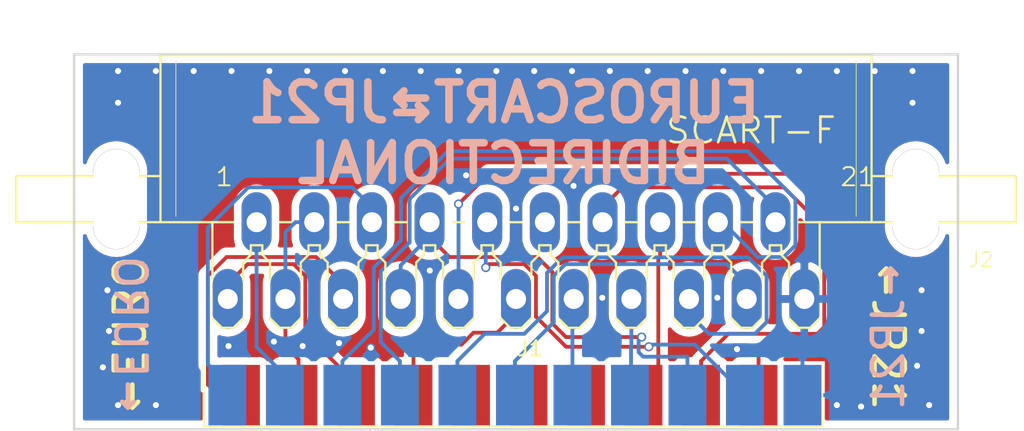
<source format=kicad_pcb>
(kicad_pcb (version 20171130) (host pcbnew "(5.1.0)-1")

  (general
    (thickness 1.6)
    (drawings 9)
    (tracks 209)
    (zones 0)
    (modules 2)
    (nets 23)
  )

  (page A4)
  (layers
    (0 F.Cu signal)
    (31 B.Cu signal)
    (32 B.Adhes user)
    (33 F.Adhes user)
    (34 B.Paste user)
    (35 F.Paste user)
    (36 B.SilkS user)
    (37 F.SilkS user)
    (38 B.Mask user)
    (39 F.Mask user)
    (40 Dwgs.User user)
    (41 Cmts.User user)
    (42 Eco1.User user)
    (43 Eco2.User user)
    (44 Edge.Cuts user)
    (45 Margin user)
    (46 B.CrtYd user)
    (47 F.CrtYd user)
    (48 B.Fab user)
    (49 F.Fab user)
  )

  (setup
    (last_trace_width 0.25)
    (trace_clearance 0.2)
    (zone_clearance 0.508)
    (zone_45_only no)
    (trace_min 0.2)
    (via_size 0.6)
    (via_drill 0.4)
    (via_min_size 0.4)
    (via_min_drill 0.3)
    (uvia_size 0.3)
    (uvia_drill 0.1)
    (uvias_allowed no)
    (uvia_min_size 0.2)
    (uvia_min_drill 0.1)
    (edge_width 0.15)
    (segment_width 0.2)
    (pcb_text_width 0.3)
    (pcb_text_size 1.5 1.5)
    (mod_edge_width 0.15)
    (mod_text_size 1 1)
    (mod_text_width 0.15)
    (pad_size 3.9624 1.9812)
    (pad_drill 1.3208)
    (pad_to_mask_clearance 0.2)
    (aux_axis_origin 0 0)
    (visible_elements 7FFFFFFF)
    (pcbplotparams
      (layerselection 0x010f0_ffffffff)
      (usegerberextensions true)
      (usegerberattributes false)
      (usegerberadvancedattributes false)
      (creategerberjobfile false)
      (excludeedgelayer true)
      (linewidth 0.100000)
      (plotframeref false)
      (viasonmask false)
      (mode 1)
      (useauxorigin false)
      (hpglpennumber 1)
      (hpglpenspeed 20)
      (hpglpendiameter 15.000000)
      (psnegative false)
      (psa4output false)
      (plotreference true)
      (plotvalue true)
      (plotinvisibletext false)
      (padsonsilk false)
      (subtractmaskfromsilk false)
      (outputformat 1)
      (mirror false)
      (drillshape 0)
      (scaleselection 1)
      (outputdirectory "Gerbers/JP21F_to_SCARTM/"))
  )

  (net 0 "")
  (net 1 "Net-(J1-Pad10)")
  (net 2 "Net-(J1-Pad12)")
  (net 3 "Net-(J1-Pad14)")
  (net 4 GRN)
  (net 5 R_GND)
  (net 6 RED)
  (net 7 BLANK)
  (net 8 S_GND)
  (net 9 BK_GND)
  (net 10 S_OUT)
  (net 11 S_IN)
  (net 12 GND)
  (net 13 RT_OUT)
  (net 14 RT_IN)
  (net 15 L_OUT)
  (net 16 A_GND)
  (net 17 B_GND)
  (net 18 L_IN)
  (net 19 BLU)
  (net 20 5V)
  (net 21 G_GND)
  (net 22 "Net-(J2-Pad12)")

  (net_class Default "This is the default net class."
    (clearance 0.2)
    (trace_width 0.25)
    (via_dia 0.6)
    (via_drill 0.4)
    (uvia_dia 0.3)
    (uvia_drill 0.1)
    (add_net 5V)
    (add_net A_GND)
    (add_net BK_GND)
    (add_net BLANK)
    (add_net BLU)
    (add_net B_GND)
    (add_net GND)
    (add_net GRN)
    (add_net G_GND)
    (add_net L_IN)
    (add_net L_OUT)
    (add_net "Net-(J1-Pad10)")
    (add_net "Net-(J1-Pad12)")
    (add_net "Net-(J1-Pad14)")
    (add_net "Net-(J2-Pad12)")
    (add_net RED)
    (add_net RT_IN)
    (add_net RT_OUT)
    (add_net R_GND)
    (add_net S_GND)
    (add_net S_IN)
    (add_net S_OUT)
  )

  (module Tinkerplunk:MALE_SCART (layer F.Cu) (tedit 5D0BB10F) (tstamp 5D280492)
    (at 113.15 93.840501)
    (path /5B540E82)
    (fp_text reference J1 (at 21.59 -5.08) (layer F.SilkS)
      (effects (font (size 1 1) (thickness 0.15)))
    )
    (fp_text value SCART-F (at 13.97 -5.08) (layer F.Fab)
      (effects (font (size 1 1) (thickness 0.15)))
    )
    (fp_line (start 0 0) (end 0 -2.54) (layer F.SilkS) (width 0.12))
    (fp_line (start 0 0) (end 0 0.0635) (layer F.SilkS) (width 0.12))
    (fp_line (start 0 0.0635) (end 40.894 0.0635) (layer F.SilkS) (width 0.12))
    (fp_line (start 40.894 0.0635) (end 40.894 -4.0005) (layer F.SilkS) (width 0.12))
    (fp_line (start 0 -2.54) (end 0 -4.0005) (layer F.SilkS) (width 0.12))
    (pad 2 smd rect (at 2.475 -2) (size 2.5 4) (layers F.Cu F.Paste F.Mask)
      (net 14 RT_IN))
    (pad 4 smd rect (at 6.275 -2) (size 2.5 4) (layers F.Cu F.Paste F.Mask)
      (net 16 A_GND))
    (pad 6 smd rect (at 10.075 -2) (size 2.5 4) (layers F.Cu F.Paste F.Mask)
      (net 18 L_IN))
    (pad 8 smd rect (at 13.875 -2) (size 2.5 4) (layers F.Cu F.Paste F.Mask)
      (net 20 5V))
    (pad 10 smd rect (at 17.675 -2) (size 2.5 4) (layers F.Cu F.Paste F.Mask)
      (net 1 "Net-(J1-Pad10)"))
    (pad 12 smd rect (at 21.475 -2) (size 2.5 4) (layers F.Cu F.Paste F.Mask)
      (net 2 "Net-(J1-Pad12)"))
    (pad 14 smd rect (at 25.275 -2) (size 2.5 4) (layers F.Cu F.Paste F.Mask)
      (net 3 "Net-(J1-Pad14)"))
    (pad 16 smd rect (at 29.075 -2) (size 2.5 4) (layers F.Cu F.Paste F.Mask)
      (net 7 BLANK))
    (pad 18 smd rect (at 32.875 -2) (size 2.5 4) (layers F.Cu F.Paste F.Mask)
      (net 9 BK_GND))
    (pad 20 smd rect (at 36.675 -2) (size 2.5 4) (layers F.Cu F.Paste F.Mask)
      (net 11 S_IN))
    (pad 1 smd rect (at 1.575 -2) (size 2.5 4) (layers B.Cu B.Paste B.Mask)
      (net 13 RT_OUT))
    (pad 3 smd rect (at 5.375 -2) (size 2.5 4) (layers B.Cu B.Paste B.Mask)
      (net 15 L_OUT))
    (pad 5 smd rect (at 9.175 -2) (size 2.5 4) (layers B.Cu B.Paste B.Mask)
      (net 17 B_GND))
    (pad 7 smd rect (at 12.975 -2) (size 2.5 4) (layers B.Cu B.Paste B.Mask)
      (net 19 BLU))
    (pad 9 smd rect (at 16.775 -2) (size 2.5 4) (layers B.Cu B.Paste B.Mask)
      (net 21 G_GND))
    (pad 11 smd rect (at 20.575 -2) (size 2.5 4) (layers B.Cu B.Paste B.Mask)
      (net 4 GRN))
    (pad 13 smd rect (at 24.375 -2) (size 2.5 4) (layers B.Cu B.Paste B.Mask)
      (net 5 R_GND))
    (pad 15 smd rect (at 28.175 -2) (size 2.5 4) (layers B.Cu B.Paste B.Mask)
      (net 6 RED))
    (pad 17 smd rect (at 31.975 -2) (size 2.5 4) (layers B.Cu B.Paste B.Mask)
      (net 8 S_GND))
    (pad 19 smd rect (at 35.775 -2) (size 2.5 4) (layers B.Cu B.Paste B.Mask)
      (net 10 S_OUT))
    (pad 21 smd rect (at 39.575 -2) (size 2.5 4) (layers B.Cu B.Paste B.Mask)
      (net 12 GND))
  )

  (module Tinkerplunk:SCART-F-RA (layer F.Cu) (tedit 5D51A7AA) (tstamp 5D280563)
    (at 133.8 80.4 180)
    (descr "TV SCART <B>CONNECTOR</B>")
    (path /5B540EA9)
    (fp_text reference J2 (at -29.845 -3.048 180) (layer F.SilkS)
      (effects (font (size 0.9652 0.9652) (thickness 0.09652)) (justify left bottom))
    )
    (fp_text value SCART-F (at -17.78 10.16 180) (layer F.Fab)
      (effects (font (size 1.6891 1.6891) (thickness 0.16891)) (justify left bottom))
    )
    (fp_line (start -23.495 11.049) (end 23.495 11.049) (layer F.SilkS) (width 0.1524))
    (fp_line (start 23.495 11.049) (end 23.495 3.048) (layer F.SilkS) (width 0.1524))
    (fp_line (start 23.495 3.048) (end 33.02 3.048) (layer F.SilkS) (width 0.1524))
    (fp_line (start 33.02 3.048) (end 33.02 0) (layer F.SilkS) (width 0.1524))
    (fp_line (start 33.02 0) (end 23.495 0) (layer F.SilkS) (width 0.1524))
    (fp_line (start 23.495 0) (end 20.066 0) (layer F.SilkS) (width 0.1524))
    (fp_line (start 20.066 0) (end 18.669 0) (layer F.SilkS) (width 0.1524))
    (fp_line (start 23.495 3.048) (end 23.495 0) (layer F.SilkS) (width 0.1524))
    (fp_line (start 22.479 0.381) (end 22.479 10.668) (layer F.SilkS) (width 0.0508))
    (fp_line (start 20.066 0) (end 20.066 -3.81) (layer F.SilkS) (width 0.1524))
    (fp_line (start 18.669 -6.985) (end 18.034 -6.35) (layer F.SilkS) (width 0.1524))
    (fp_line (start 20.066 -6.35) (end 19.431 -6.985) (layer F.SilkS) (width 0.1524))
    (fp_line (start 20.066 -3.81) (end 20.066 -6.35) (layer F.Fab) (width 0.1524))
    (fp_line (start 18.034 -6.35) (end 18.034 -3.81) (layer F.Fab) (width 0.1524))
    (fp_line (start 18.034 -3.81) (end 18.034 -2.667) (layer F.SilkS) (width 0.1524))
    (fp_line (start 18.034 -2.667) (end 17.526 -2.159) (layer F.SilkS) (width 0.1524))
    (fp_line (start 17.526 -2.159) (end 17.526 -1.524) (layer F.SilkS) (width 0.1524))
    (fp_line (start 16.764 -1.524) (end 16.764 -2.159) (layer F.SilkS) (width 0.1524))
    (fp_line (start 16.764 -2.159) (end 16.256 -2.667) (layer F.SilkS) (width 0.1524))
    (fp_line (start 16.256 -2.667) (end 16.256 -3.81) (layer F.SilkS) (width 0.1524))
    (fp_line (start 16.256 -3.81) (end 16.256 -6.35) (layer F.Fab) (width 0.1524))
    (fp_line (start 16.256 -6.35) (end 15.621 -6.985) (layer F.SilkS) (width 0.1524))
    (fp_line (start 15.621 -6.985) (end 14.859 -6.985) (layer F.SilkS) (width 0.1524))
    (fp_line (start 14.859 -6.985) (end 14.224 -6.35) (layer F.SilkS) (width 0.1524))
    (fp_line (start 14.224 -6.35) (end 14.224 -3.81) (layer F.Fab) (width 0.1524))
    (fp_line (start 14.224 -3.81) (end 14.224 -2.667) (layer F.SilkS) (width 0.1524))
    (fp_line (start 18.669 -6.985) (end 19.431 -6.985) (layer F.SilkS) (width 0.1524))
    (fp_line (start 14.224 -2.667) (end 13.716 -2.159) (layer F.SilkS) (width 0.1524))
    (fp_line (start 12.954 -2.159) (end 12.446 -2.667) (layer F.SilkS) (width 0.1524))
    (fp_line (start 12.446 -2.667) (end 12.446 -3.81) (layer F.SilkS) (width 0.1524))
    (fp_line (start 12.446 -3.81) (end 12.446 -6.35) (layer F.Fab) (width 0.1524))
    (fp_line (start 13.716 -2.159) (end 13.716 -1.524) (layer F.SilkS) (width 0.1524))
    (fp_line (start 12.954 -1.524) (end 12.954 -2.159) (layer F.SilkS) (width 0.1524))
    (fp_line (start 17.526 -1.524) (end 16.764 -1.524) (layer F.SilkS) (width 0.1524))
    (fp_line (start 13.716 -1.524) (end 12.954 -1.524) (layer F.SilkS) (width 0.1524))
    (fp_line (start 15.621 0) (end 14.859 0) (layer F.SilkS) (width 0.1524))
    (fp_line (start 15.621 0) (end 18.669 0) (layer F.Fab) (width 0.1524))
    (fp_line (start 11.811 0) (end 11.049 0) (layer F.SilkS) (width 0.1524))
    (fp_line (start 11.811 0) (end 14.859 0) (layer F.Fab) (width 0.1524))
    (fp_line (start 12.446 -6.35) (end 11.811 -6.985) (layer F.SilkS) (width 0.1524))
    (fp_line (start 11.811 -6.985) (end 11.049 -6.985) (layer F.SilkS) (width 0.1524))
    (fp_line (start 11.049 -6.985) (end 10.414 -6.35) (layer F.SilkS) (width 0.1524))
    (fp_line (start 10.414 -6.35) (end 10.414 -3.81) (layer F.Fab) (width 0.1524))
    (fp_line (start 10.414 -3.81) (end 10.414 -2.667) (layer F.SilkS) (width 0.1524))
    (fp_line (start 10.414 -2.667) (end 9.906 -2.159) (layer F.SilkS) (width 0.1524))
    (fp_line (start 9.906 -2.159) (end 9.906 -1.524) (layer F.SilkS) (width 0.1524))
    (fp_line (start 9.906 -1.524) (end 9.144 -1.524) (layer F.SilkS) (width 0.1524))
    (fp_line (start 9.144 -1.524) (end 9.144 -2.159) (layer F.SilkS) (width 0.1524))
    (fp_line (start 9.144 -2.159) (end 8.636 -2.667) (layer F.SilkS) (width 0.1524))
    (fp_line (start 8.636 -2.667) (end 8.636 -3.81) (layer F.SilkS) (width 0.1524))
    (fp_line (start 8.636 -3.81) (end 8.636 -6.35) (layer F.Fab) (width 0.1524))
    (fp_line (start 8.636 -6.35) (end 8.001 -6.985) (layer F.SilkS) (width 0.1524))
    (fp_line (start 8.001 -6.985) (end 7.239 -6.985) (layer F.SilkS) (width 0.1524))
    (fp_line (start 7.239 -6.985) (end 6.604 -6.35) (layer F.SilkS) (width 0.1524))
    (fp_line (start 6.604 -6.35) (end 6.604 -3.81) (layer F.Fab) (width 0.1524))
    (fp_line (start 6.604 -3.81) (end 6.604 -2.667) (layer F.SilkS) (width 0.1524))
    (fp_line (start 6.604 -2.667) (end 6.096 -2.159) (layer F.SilkS) (width 0.1524))
    (fp_line (start 6.096 -2.159) (end 6.096 -1.524) (layer F.SilkS) (width 0.1524))
    (fp_line (start 6.096 -1.524) (end 5.334 -1.524) (layer F.SilkS) (width 0.1524))
    (fp_line (start 5.334 -1.524) (end 5.334 -2.159) (layer F.SilkS) (width 0.1524))
    (fp_line (start 5.334 -2.159) (end 4.826 -2.667) (layer F.SilkS) (width 0.1524))
    (fp_line (start 4.826 -2.667) (end 4.826 -3.81) (layer F.SilkS) (width 0.1524))
    (fp_line (start 4.826 -3.81) (end 4.826 -6.35) (layer F.Fab) (width 0.1524))
    (fp_line (start 4.826 -6.35) (end 4.191 -6.985) (layer F.SilkS) (width 0.1524))
    (fp_line (start 4.191 -6.985) (end 3.429 -6.985) (layer F.SilkS) (width 0.1524))
    (fp_line (start 3.429 -6.985) (end 2.794 -6.35) (layer F.SilkS) (width 0.1524))
    (fp_line (start 2.794 -6.35) (end 2.794 -3.81) (layer F.Fab) (width 0.1524))
    (fp_line (start 2.794 -3.81) (end 2.794 -2.667) (layer F.SilkS) (width 0.1524))
    (fp_line (start 2.794 -2.667) (end 2.286 -2.159) (layer F.SilkS) (width 0.1524))
    (fp_line (start 2.286 -2.159) (end 2.286 -1.524) (layer F.SilkS) (width 0.1524))
    (fp_line (start 2.286 -1.524) (end 1.524 -1.524) (layer F.SilkS) (width 0.1524))
    (fp_line (start 1.524 -1.524) (end 1.524 -2.159) (layer F.SilkS) (width 0.1524))
    (fp_line (start 1.524 -2.159) (end 1.016 -2.667) (layer F.SilkS) (width 0.1524))
    (fp_line (start 1.016 -2.667) (end 1.016 -3.81) (layer F.SilkS) (width 0.1524))
    (fp_line (start 1.016 -3.81) (end 1.016 -6.35) (layer F.Fab) (width 0.1524))
    (fp_line (start 8.001 0) (end 7.239 0) (layer F.SilkS) (width 0.1524))
    (fp_line (start 4.191 0) (end 3.429 0) (layer F.SilkS) (width 0.1524))
    (fp_line (start 0.381 0) (end -0.381 0) (layer F.SilkS) (width 0.1524))
    (fp_line (start 8.001 0) (end 11.049 0) (layer F.Fab) (width 0.1524))
    (fp_line (start 4.191 0) (end 7.239 0) (layer F.Fab) (width 0.1524))
    (fp_line (start 0.381 0) (end 3.429 0) (layer F.Fab) (width 0.1524))
    (fp_line (start 1.016 -6.35) (end 0.381 -6.985) (layer F.SilkS) (width 0.1524))
    (fp_line (start 0.381 -6.985) (end -0.381 -6.985) (layer F.SilkS) (width 0.1524))
    (fp_line (start -0.381 -6.985) (end -1.016 -6.35) (layer F.SilkS) (width 0.1524))
    (fp_line (start -1.016 -6.35) (end -1.016 -3.81) (layer F.Fab) (width 0.1524))
    (fp_line (start -1.016 -3.81) (end -1.016 -2.667) (layer F.SilkS) (width 0.1524))
    (fp_line (start -1.016 -2.667) (end -1.524 -2.159) (layer F.SilkS) (width 0.1524))
    (fp_line (start -1.524 -2.159) (end -1.524 -1.524) (layer F.SilkS) (width 0.1524))
    (fp_line (start -1.524 -1.524) (end -2.286 -1.524) (layer F.SilkS) (width 0.1524))
    (fp_line (start -2.286 -1.524) (end -2.286 -2.159) (layer F.SilkS) (width 0.1524))
    (fp_line (start -2.286 -2.159) (end -2.794 -2.667) (layer F.SilkS) (width 0.1524))
    (fp_line (start -2.794 -2.667) (end -2.794 -3.81) (layer F.SilkS) (width 0.1524))
    (fp_line (start -2.794 -3.81) (end -2.794 -6.35) (layer F.Fab) (width 0.1524))
    (fp_line (start -2.794 -6.35) (end -3.429 -6.985) (layer F.SilkS) (width 0.1524))
    (fp_line (start -3.429 -6.985) (end -4.191 -6.985) (layer F.SilkS) (width 0.1524))
    (fp_line (start -4.191 -6.985) (end -4.826 -6.35) (layer F.SilkS) (width 0.1524))
    (fp_line (start -4.826 -6.35) (end -4.826 -3.81) (layer F.Fab) (width 0.1524))
    (fp_line (start -3.429 0) (end -4.191 0) (layer F.SilkS) (width 0.1524))
    (fp_line (start -3.429 0) (end -0.381 0) (layer F.Fab) (width 0.1524))
    (fp_line (start -4.826 -3.81) (end -4.826 -2.667) (layer F.SilkS) (width 0.1524))
    (fp_line (start -4.826 -2.667) (end -5.334 -2.159) (layer F.SilkS) (width 0.1524))
    (fp_line (start -5.334 -2.159) (end -5.334 -1.524) (layer F.SilkS) (width 0.1524))
    (fp_line (start -5.334 -1.524) (end -6.096 -1.524) (layer F.SilkS) (width 0.1524))
    (fp_line (start -6.096 -1.524) (end -6.096 -2.159) (layer F.SilkS) (width 0.1524))
    (fp_line (start -6.096 -2.159) (end -6.604 -2.667) (layer F.SilkS) (width 0.1524))
    (fp_line (start -6.604 -2.667) (end -6.604 -3.81) (layer F.SilkS) (width 0.1524))
    (fp_line (start -6.604 -3.81) (end -6.604 -6.35) (layer F.Fab) (width 0.1524))
    (fp_line (start -6.604 -6.35) (end -7.239 -6.985) (layer F.SilkS) (width 0.1524))
    (fp_line (start -7.239 -6.985) (end -8.001 -6.985) (layer F.SilkS) (width 0.1524))
    (fp_line (start -8.001 -6.985) (end -8.636 -6.35) (layer F.SilkS) (width 0.1524))
    (fp_line (start -8.636 -6.35) (end -8.636 -3.81) (layer F.Fab) (width 0.1524))
    (fp_line (start -8.636 -3.81) (end -8.636 -2.667) (layer F.SilkS) (width 0.1524))
    (fp_line (start -8.636 -2.667) (end -9.144 -2.159) (layer F.SilkS) (width 0.1524))
    (fp_line (start -9.144 -2.159) (end -9.144 -1.524) (layer F.SilkS) (width 0.1524))
    (fp_line (start -9.144 -1.524) (end -9.906 -1.524) (layer F.SilkS) (width 0.1524))
    (fp_line (start -9.906 -1.524) (end -9.906 -2.159) (layer F.SilkS) (width 0.1524))
    (fp_line (start -9.906 -2.159) (end -10.414 -2.667) (layer F.SilkS) (width 0.1524))
    (fp_line (start -10.414 -2.667) (end -10.414 -3.81) (layer F.SilkS) (width 0.1524))
    (fp_line (start -10.414 -3.81) (end -10.414 -6.35) (layer F.Fab) (width 0.1524))
    (fp_line (start -7.239 0) (end -8.001 0) (layer F.SilkS) (width 0.1524))
    (fp_line (start -7.239 0) (end -4.191 0) (layer F.Fab) (width 0.1524))
    (fp_line (start -11.049 0) (end -8.001 0) (layer F.Fab) (width 0.1524))
    (fp_line (start -10.414 -6.35) (end -11.049 -6.985) (layer F.SilkS) (width 0.1524))
    (fp_line (start -11.049 -6.985) (end -11.811 -6.985) (layer F.SilkS) (width 0.1524))
    (fp_line (start -11.049 0) (end -11.811 0) (layer F.SilkS) (width 0.1524))
    (fp_line (start -14.859 0) (end -15.621 0) (layer F.SilkS) (width 0.1524))
    (fp_line (start -14.859 0) (end -11.811 0) (layer F.Fab) (width 0.1524))
    (fp_line (start -11.811 -6.985) (end -12.446 -6.35) (layer F.SilkS) (width 0.1524))
    (fp_line (start -12.446 -6.35) (end -12.446 -3.81) (layer F.Fab) (width 0.1524))
    (fp_line (start -12.446 -3.81) (end -12.446 -2.667) (layer F.SilkS) (width 0.1524))
    (fp_line (start -12.446 -2.667) (end -12.954 -2.159) (layer F.SilkS) (width 0.1524))
    (fp_line (start -12.954 -2.159) (end -12.954 -1.524) (layer F.SilkS) (width 0.1524))
    (fp_line (start -12.954 -1.524) (end -13.716 -1.524) (layer F.SilkS) (width 0.1524))
    (fp_line (start -13.716 -1.524) (end -13.716 -2.159) (layer F.SilkS) (width 0.1524))
    (fp_line (start -13.716 -2.159) (end -14.224 -2.667) (layer F.SilkS) (width 0.1524))
    (fp_line (start -14.224 -2.667) (end -14.224 -3.81) (layer F.SilkS) (width 0.1524))
    (fp_line (start -14.224 -3.81) (end -14.224 -6.35) (layer F.Fab) (width 0.1524))
    (fp_line (start -14.224 -6.35) (end -14.859 -6.985) (layer F.SilkS) (width 0.1524))
    (fp_line (start -14.859 -6.985) (end -15.621 -6.985) (layer F.SilkS) (width 0.1524))
    (fp_line (start -15.621 -6.985) (end -16.256 -6.35) (layer F.SilkS) (width 0.1524))
    (fp_line (start -16.256 -6.35) (end -16.256 -3.81) (layer F.Fab) (width 0.1524))
    (fp_line (start -16.256 -3.81) (end -16.256 -2.667) (layer F.SilkS) (width 0.1524))
    (fp_line (start -16.256 -2.667) (end -16.764 -2.159) (layer F.SilkS) (width 0.1524))
    (fp_line (start -16.764 -2.159) (end -16.764 -1.524) (layer F.SilkS) (width 0.1524))
    (fp_line (start -16.764 -1.524) (end -17.526 -1.524) (layer F.SilkS) (width 0.1524))
    (fp_line (start -17.526 -1.524) (end -17.526 -2.159) (layer F.SilkS) (width 0.1524))
    (fp_line (start -17.526 -2.159) (end -18.034 -2.667) (layer F.SilkS) (width 0.1524))
    (fp_line (start -18.034 -2.667) (end -18.034 -3.81) (layer F.SilkS) (width 0.1524))
    (fp_line (start -18.034 -3.81) (end -18.034 -6.35) (layer F.Fab) (width 0.1524))
    (fp_line (start -18.669 0) (end -15.621 0) (layer F.Fab) (width 0.1524))
    (fp_line (start -18.669 0) (end -20.066 0) (layer F.SilkS) (width 0.1524))
    (fp_line (start -18.034 -6.35) (end -18.669 -6.985) (layer F.SilkS) (width 0.1524))
    (fp_line (start -18.669 -6.985) (end -19.431 -6.985) (layer F.SilkS) (width 0.1524))
    (fp_line (start -19.431 -6.985) (end -20.066 -6.35) (layer F.SilkS) (width 0.1524))
    (fp_line (start -20.066 -6.35) (end -20.066 -3.81) (layer F.Fab) (width 0.1524))
    (fp_line (start -20.066 0) (end -20.066 -3.81) (layer F.SilkS) (width 0.1524))
    (fp_line (start -20.066 0) (end -23.495 0) (layer F.SilkS) (width 0.1524))
    (fp_line (start -23.495 3.048) (end -23.495 0) (layer F.SilkS) (width 0.1524))
    (fp_line (start -23.495 0) (end -33.02 0) (layer F.SilkS) (width 0.1524))
    (fp_line (start -33.02 3.048) (end -33.02 0) (layer F.SilkS) (width 0.1524))
    (fp_line (start -33.02 3.048) (end -23.495 3.048) (layer F.SilkS) (width 0.1524))
    (fp_line (start -23.495 11.049) (end -23.495 3.048) (layer F.SilkS) (width 0.1524))
    (fp_line (start -22.479 0.381) (end -22.479 10.668) (layer F.SilkS) (width 0.0508))
    (fp_line (start 29.21 4.064) (end 29.21 -1.016) (layer F.SilkS) (width 0.1524))
    (fp_line (start -29.21 4.064) (end -29.21 -1.016) (layer F.SilkS) (width 0.1524))
    (fp_line (start 24.892 3.302) (end 24.892 -0.254) (layer Edge.Cuts) (width 0.0024))
    (fp_arc (start 26.416 3.302) (end 24.892 3.302) (angle -180) (layer Edge.Cuts) (width 0.05))
    (fp_arc (start 26.416 -0.253999) (end 24.892 -0.254) (angle 180) (layer Edge.Cuts) (width 0.05))
    (fp_line (start 27.94 -0.254) (end 27.94 3.302) (layer Edge.Cuts) (width 0.0024))
    (fp_line (start -27.94 3.302) (end -27.94 -0.254) (layer Edge.Cuts) (width 0.0024))
    (fp_arc (start -26.416 3.302) (end -27.94 3.302) (angle -180) (layer Edge.Cuts) (width 0.05))
    (fp_arc (start -26.416 -0.253999) (end -27.94 -0.254) (angle 180) (layer Edge.Cuts) (width 0.05))
    (fp_line (start -24.892 -0.254) (end -24.892 3.302) (layer Edge.Cuts) (width 0.0024))
    (fp_text user 3,0 (at 24.765 7.112 180) (layer Dwgs.User)
      (effects (font (size 1.6891 1.6891) (thickness 0.1778)) (justify left bottom))
    )
    (fp_text user 1 (at 19.939 2.286 180) (layer F.SilkS)
      (effects (font (size 1.2065 1.2065) (thickness 0.127)) (justify left bottom))
    )
    (fp_text user 21 (at -21.336 2.286 180) (layer F.SilkS)
      (effects (font (size 1.2065 1.2065) (thickness 0.127)) (justify left bottom))
    )
    (fp_text user long (at 31.877 7.62 270) (layer Dwgs.User)
      (effects (font (size 1.6891 1.6891) (thickness 0.1778)) (justify left bottom))
    )
    (fp_text user SCART-F (at -9.779 5.08 180) (layer F.SilkS)
      (effects (font (size 1.6891 1.6891) (thickness 0.1778)) (justify left bottom))
    )
    (fp_text user "3,0 " (at -28.067 7.112 180) (layer Dwgs.User)
      (effects (font (size 1.6891 1.6891) (thickness 0.1778)) (justify left bottom))
    )
    (fp_text user "long " (at -29.083 7.747 270) (layer Dwgs.User)
      (effects (font (size 1.6891 1.6891) (thickness 0.1778)) (justify left bottom))
    )
    (pad 1 thru_hole oval (at 19.05 -5.08 270) (size 3.9624 1.9812) (drill 1.3208) (layers *.Cu *.Mask)
      (net 18 L_IN) (solder_mask_margin 0.1016))
    (pad 2 thru_hole oval (at 17.145 0 270) (size 3.9624 1.9812) (drill 1.3208) (layers *.Cu *.Mask)
      (net 15 L_OUT) (solder_mask_margin 0.1016))
    (pad 3 thru_hole oval (at 15.24 -5.08 270) (size 3.9624 1.9812) (drill 1.3208) (layers *.Cu *.Mask)
      (net 16 A_GND) (solder_mask_margin 0.1016))
    (pad 4 thru_hole oval (at 13.335 0 270) (size 3.9624 1.9812) (drill 1.3208) (layers *.Cu *.Mask)
      (net 16 A_GND) (solder_mask_margin 0.1016))
    (pad 5 thru_hole oval (at 11.43 -5.08 270) (size 3.9624 1.9812) (drill 1.3208) (layers *.Cu *.Mask)
      (net 14 RT_IN) (solder_mask_margin 0.1016))
    (pad 6 thru_hole oval (at 9.525 0 270) (size 3.9624 1.9812) (drill 1.3208) (layers *.Cu *.Mask)
      (net 13 RT_OUT) (solder_mask_margin 0.1016))
    (pad 7 thru_hole oval (at 7.62 -5.08 270) (size 3.9624 1.9812) (drill 1.3208) (layers *.Cu *.Mask)
      (net 8 S_GND) (solder_mask_margin 0.1016))
    (pad 8 thru_hole oval (at 5.715 0 270) (size 3.9624 1.9812) (drill 1.3208) (layers *.Cu *.Mask)
      (net 8 S_GND) (solder_mask_margin 0.1016))
    (pad 9 thru_hole oval (at 3.81 -5.08 270) (size 3.9624 1.9812) (drill 1.3208) (layers *.Cu *.Mask)
      (net 11 S_IN) (solder_mask_margin 0.1016))
    (pad 10 thru_hole oval (at 1.905 0 270) (size 3.9624 1.9812) (drill 1.3208) (layers *.Cu *.Mask)
      (net 10 S_OUT) (solder_mask_margin 0.1016))
    (pad 11 thru_hole oval (at 0 -5.08 270) (size 3.9624 1.9812) (drill 1.3208) (layers *.Cu *.Mask)
      (net 20 5V) (solder_mask_margin 0.1016))
    (pad 12 thru_hole oval (at -1.905 0 270) (size 3.9624 1.9812) (drill 1.3208) (layers *.Cu *.Mask)
      (net 22 "Net-(J2-Pad12)") (solder_mask_margin 0.1016))
    (pad 13 thru_hole oval (at -3.81 -5.08 270) (size 3.9624 1.9812) (drill 1.3208) (layers *.Cu *.Mask)
      (net 5 R_GND) (solder_mask_margin 0.1016))
    (pad 14 thru_hole oval (at -5.715 0 270) (size 3.9624 1.9812) (drill 1.3208) (layers *.Cu *.Mask)
      (net 9 BK_GND) (solder_mask_margin 0.1016))
    (pad 15 thru_hole oval (at -7.62 -5.08 270) (size 3.9624 1.9812) (drill 1.3208) (layers *.Cu *.Mask)
      (net 6 RED) (solder_mask_margin 0.1016))
    (pad 16 thru_hole oval (at -9.525 0 270) (size 3.9624 1.9812) (drill 1.3208) (layers *.Cu *.Mask)
      (net 7 BLANK) (solder_mask_margin 0.1016))
    (pad 17 thru_hole oval (at -11.43 -5.08 270) (size 3.9624 1.9812) (drill 1.3208) (layers *.Cu *.Mask)
      (net 21 G_GND) (solder_mask_margin 0.1016))
    (pad 18 thru_hole oval (at -13.335 0 270) (size 3.9624 1.9812) (drill 1.3208) (layers *.Cu *.Mask)
      (net 17 B_GND) (solder_mask_margin 0.1016))
    (pad 19 thru_hole oval (at -15.24 -5.08 270) (size 3.9624 1.9812) (drill 1.3208) (layers *.Cu *.Mask)
      (net 4 GRN) (solder_mask_margin 0.1016))
    (pad 20 thru_hole oval (at -17.145 0 270) (size 3.9624 1.9812) (drill 1.3208) (layers *.Cu *.Mask)
      (net 19 BLU) (solder_mask_margin 0.1016))
    (pad 21 thru_hole oval (at -19.05 -5.08 270) (size 3.9624 1.9812) (drill 1.3208) (layers *.Cu *.Mask)
      (net 12 GND) (solder_mask_margin 0.1016))
    (pad "" np_thru_hole circle (at 26.416 -0.254 180) (size 3.0226 3.0226) (drill 3.0226) (layers *.Cu *.Mask))
    (pad "" np_thru_hole circle (at 26.416 3.302 180) (size 3.0226 3.0226) (drill 3.0226) (layers *.Cu *.Mask))
    (pad "" np_thru_hole circle (at -26.416 -0.254 180) (size 3.0226 3.0226) (drill 3.0226) (layers *.Cu *.Mask))
    (pad "" np_thru_hole circle (at -26.416 3.302 180) (size 3.0226 3.0226) (drill 3.0226) (layers *.Cu *.Mask))
    (model "C:/Users/jacob/Documents/Github/Tinkerplunk-KiCAD-Footprints/Tinkerplunk.pretty/3D Models/scart-RA.wrl"
      (offset (xyz 0 -2 0))
      (scale (xyz 1 1 1))
      (rotate (xyz 0 0 0))
    )
  )

  (gr_text "EUROSCART⇄JP21\nBIDIRECTIONAL" (at 133 74.5) (layer B.SilkS)
    (effects (font (size 2.5 2.5) (thickness 0.5)) (justify mirror))
  )
  (gr_text ←EURO (at 108.3 87.9 270) (layer B.SilkS) (tstamp 5D281AAD)
    (effects (font (size 2 2) (thickness 0.3)) (justify mirror))
  )
  (gr_text ←JP21 (at 158.4 87.9 90) (layer B.SilkS) (tstamp 5D2819D7)
    (effects (font (size 2 2) (thickness 0.3)) (justify mirror))
  )
  (gr_text ←JP21 (at 158.4 87.9 270) (layer F.SilkS) (tstamp 5D2817CB)
    (effects (font (size 2 2) (thickness 0.3)))
  )
  (gr_text ←EURO (at 108.3 87.9 90) (layer F.SilkS)
    (effects (font (size 2 2) (thickness 0.3)))
  )
  (gr_line (start 163 69.3) (end 104.6 69.3) (layer Edge.Cuts) (width 0.15) (tstamp 5D280A87))
  (gr_line (start 163 94.1) (end 163 69.3) (layer Edge.Cuts) (width 0.15))
  (gr_line (start 104.6 94.1) (end 163 94.1) (layer Edge.Cuts) (width 0.15))
  (gr_line (start 104.6 69.3) (end 104.6 94.1) (layer Edge.Cuts) (width 0.15))

  (segment (start 149.04 84.4894) (end 149.04 85.48) (width 0.25) (layer B.Cu) (net 4))
  (segment (start 147.72439 83.17379) (end 149.04 84.4894) (width 0.25) (layer B.Cu) (net 4))
  (segment (start 137.065057 83.17379) (end 147.72439 83.17379) (width 0.25) (layer B.Cu) (net 4))
  (segment (start 136.29439 83.944457) (end 137.065057 83.17379) (width 0.25) (layer B.Cu) (net 4))
  (segment (start 136.29439 87.021111) (end 136.29439 83.944457) (width 0.25) (layer B.Cu) (net 4))
  (segment (start 133.725 89.590501) (end 136.29439 87.021111) (width 0.25) (layer B.Cu) (net 4))
  (segment (start 133.725 91.840501) (end 133.725 89.590501) (width 0.25) (layer B.Cu) (net 4))
  (segment (start 137.525 85.565) (end 137.61 85.48) (width 0.25) (layer B.Cu) (net 5))
  (segment (start 137.525 91.840501) (end 137.525 85.565) (width 0.25) (layer B.Cu) (net 5))
  (segment (start 141.42 88.58) (end 141.42 85.48) (width 0.25) (layer B.Cu) (net 6))
  (segment (start 141.4 88.6) (end 141.42 88.58) (width 0.25) (layer B.Cu) (net 6))
  (segment (start 141.4 91.015501) (end 141.4 88.6) (width 0.25) (layer B.Cu) (net 6))
  (segment (start 141.325 91.840501) (end 141.325 91.090501) (width 0.25) (layer B.Cu) (net 6))
  (segment (start 141.325 91.090501) (end 141.4 91.015501) (width 0.25) (layer B.Cu) (net 6))
  (segment (start 143.325 82.6312) (end 143.325 80.4) (width 0.25) (layer F.Cu) (net 7))
  (segment (start 143.2 82.7562) (end 143.325 82.6312) (width 0.25) (layer F.Cu) (net 7))
  (segment (start 143.2 90.115501) (end 143.2 82.7562) (width 0.25) (layer F.Cu) (net 7))
  (segment (start 142.225 91.840501) (end 142.225 91.090501) (width 0.25) (layer F.Cu) (net 7))
  (segment (start 142.225 91.090501) (end 143.2 90.115501) (width 0.25) (layer F.Cu) (net 7))
  (via (at 142.1 88) (size 0.6) (drill 0.4) (layers F.Cu B.Cu) (net 8))
  (segment (start 129.40061 82.70621) (end 135.20621 82.70621) (width 0.25) (layer F.Cu) (net 8))
  (segment (start 136.2 87.1) (end 137.1 88) (width 0.25) (layer F.Cu) (net 8))
  (segment (start 128.085 81.3906) (end 129.40061 82.70621) (width 0.25) (layer F.Cu) (net 8))
  (segment (start 137.1 88) (end 141.675736 88) (width 0.25) (layer F.Cu) (net 8))
  (segment (start 141.675736 88) (end 142.1 88) (width 0.25) (layer F.Cu) (net 8))
  (segment (start 136.2 83.7) (end 136.2 87.1) (width 0.25) (layer F.Cu) (net 8))
  (segment (start 135.20621 82.70621) (end 136.2 83.7) (width 0.25) (layer F.Cu) (net 8))
  (segment (start 128.085 80.4) (end 128.085 81.3906) (width 0.25) (layer F.Cu) (net 8))
  (segment (start 141.9 88.2) (end 142.1 88) (width 0.25) (layer B.Cu) (net 8))
  (segment (start 141.9 89) (end 141.9 88.2) (width 0.25) (layer B.Cu) (net 8))
  (segment (start 142.2 89.3) (end 141.9 89) (width 0.25) (layer B.Cu) (net 8))
  (segment (start 145.1 89.3) (end 142.2 89.3) (width 0.25) (layer B.Cu) (net 8))
  (segment (start 145.125 91.840501) (end 145.125 89.325) (width 0.25) (layer B.Cu) (net 8))
  (segment (start 145.125 89.325) (end 145.1 89.3) (width 0.25) (layer B.Cu) (net 8))
  (segment (start 128.085 81.3438) (end 128.085 80.65141) (width 0.25) (layer B.Cu) (net 8))
  (segment (start 128.085 80.65141) (end 128.085 80.4) (width 0.25) (layer B.Cu) (net 8))
  (segment (start 126.18 83.2488) (end 128.085 81.3438) (width 0.25) (layer B.Cu) (net 8))
  (segment (start 126.18 85.48) (end 126.18 83.2488) (width 0.25) (layer B.Cu) (net 8))
  (segment (start 139.515 79.4094) (end 139.515 80.4) (width 0.25) (layer F.Cu) (net 9))
  (segment (start 140.83061 78.09379) (end 139.515 79.4094) (width 0.25) (layer F.Cu) (net 9))
  (segment (start 151.489943 78.09379) (end 140.83061 78.09379) (width 0.25) (layer F.Cu) (net 9))
  (segment (start 154.16561 80.769457) (end 151.489943 78.09379) (width 0.25) (layer F.Cu) (net 9))
  (segment (start 154.16561 87.33439) (end 154.16561 80.769457) (width 0.25) (layer F.Cu) (net 9))
  (segment (start 147.829291 87.78621) (end 153.71379 87.78621) (width 0.25) (layer F.Cu) (net 9))
  (segment (start 146.025 89.590501) (end 147.829291 87.78621) (width 0.25) (layer F.Cu) (net 9))
  (segment (start 153.71379 87.78621) (end 154.16561 87.33439) (width 0.25) (layer F.Cu) (net 9))
  (segment (start 146.025 91.840501) (end 146.025 89.590501) (width 0.25) (layer F.Cu) (net 9))
  (segment (start 148.925 91.840501) (end 148.925 91.090501) (width 0.25) (layer B.Cu) (net 10))
  (segment (start 145.619501 88.5) (end 142.55001 88.5) (width 0.25) (layer B.Cu) (net 10))
  (segment (start 148.925 91.840501) (end 148.925 91.805499) (width 0.25) (layer B.Cu) (net 10))
  (segment (start 148.925 91.805499) (end 145.619501 88.5) (width 0.25) (layer B.Cu) (net 10))
  (via (at 142.575 88.643721) (size 0.6) (drill 0.4) (layers F.Cu B.Cu) (net 10))
  (segment (start 142.55001 88.5) (end 142.55001 88.618731) (width 0.25) (layer B.Cu) (net 10))
  (segment (start 142.55001 88.618731) (end 142.575 88.643721) (width 0.25) (layer B.Cu) (net 10))
  (segment (start 132.02621 83.17379) (end 131.8 83.4) (width 0.25) (layer F.Cu) (net 10))
  (segment (start 134.344943 83.17379) (end 132.02621 83.17379) (width 0.25) (layer F.Cu) (net 10))
  (segment (start 135.11561 83.944457) (end 134.344943 83.17379) (width 0.25) (layer F.Cu) (net 10))
  (segment (start 135.11561 86.65202) (end 135.11561 83.944457) (width 0.25) (layer F.Cu) (net 10))
  (segment (start 142.575 88.643721) (end 137.107311 88.643721) (width 0.25) (layer F.Cu) (net 10))
  (segment (start 137.107311 88.643721) (end 135.11561 86.65202) (width 0.25) (layer F.Cu) (net 10))
  (via (at 131.8 83.4) (size 0.6) (drill 0.4) (layers F.Cu B.Cu) (net 10))
  (segment (start 131.8 80.495) (end 131.895 80.4) (width 0.25) (layer B.Cu) (net 10))
  (segment (start 131.8 83.4) (end 131.8 80.495) (width 0.25) (layer B.Cu) (net 10))
  (segment (start 149.825 88.875) (end 149.825 91.840501) (width 0.25) (layer F.Cu) (net 11))
  (segment (start 152.1 77.2) (end 155.1 80.2) (width 0.25) (layer F.Cu) (net 11))
  (segment (start 133 77.2) (end 152.1 77.2) (width 0.25) (layer F.Cu) (net 11))
  (segment (start 155.1 80.2) (end 155.1 87.2) (width 0.25) (layer F.Cu) (net 11))
  (segment (start 155.1 87.2) (end 153.6 88.7) (width 0.25) (layer F.Cu) (net 11))
  (segment (start 153.6 88.7) (end 150 88.7) (width 0.25) (layer F.Cu) (net 11))
  (segment (start 150 88.7) (end 149.825 88.875) (width 0.25) (layer F.Cu) (net 11))
  (via (at 130 79.2) (size 0.6) (drill 0.4) (layers F.Cu B.Cu) (net 11))
  (segment (start 133 77.2) (end 132 77.2) (width 0.25) (layer F.Cu) (net 11))
  (segment (start 132 77.2) (end 130 79.2) (width 0.25) (layer F.Cu) (net 11))
  (segment (start 130 85.47) (end 129.99 85.48) (width 0.25) (layer B.Cu) (net 11))
  (segment (start 130 79.2) (end 130 85.47) (width 0.25) (layer B.Cu) (net 11))
  (via (at 160 70.4) (size 0.6) (drill 0.4) (layers F.Cu B.Cu) (net 12))
  (via (at 157.5 70.4) (size 0.6) (drill 0.4) (layers F.Cu B.Cu) (net 12))
  (via (at 155 70.4) (size 0.6) (drill 0.4) (layers F.Cu B.Cu) (net 12))
  (via (at 152.5 70.4) (size 0.6) (drill 0.4) (layers F.Cu B.Cu) (net 12))
  (via (at 150 70.4) (size 0.6) (drill 0.4) (layers F.Cu B.Cu) (net 12))
  (via (at 147.5 70.4) (size 0.6) (drill 0.4) (layers F.Cu B.Cu) (net 12))
  (via (at 145 70.4) (size 0.6) (drill 0.4) (layers F.Cu B.Cu) (net 12))
  (via (at 142.5 70.4) (size 0.6) (drill 0.4) (layers F.Cu B.Cu) (net 12))
  (via (at 140 70.4) (size 0.6) (drill 0.4) (layers F.Cu B.Cu) (net 12))
  (via (at 137.5 70.4) (size 0.6) (drill 0.4) (layers F.Cu B.Cu) (net 12))
  (via (at 135 70.4) (size 0.6) (drill 0.4) (layers F.Cu B.Cu) (net 12))
  (via (at 132.5 70.4) (size 0.6) (drill 0.4) (layers F.Cu B.Cu) (net 12))
  (via (at 130 70.4) (size 0.6) (drill 0.4) (layers F.Cu B.Cu) (net 12))
  (via (at 127.5 70.4) (size 0.6) (drill 0.4) (layers F.Cu B.Cu) (net 12))
  (via (at 125 70.4) (size 0.6) (drill 0.4) (layers F.Cu B.Cu) (net 12))
  (via (at 122.5 70.4) (size 0.6) (drill 0.4) (layers F.Cu B.Cu) (net 12))
  (via (at 120 70.4) (size 0.6) (drill 0.4) (layers F.Cu B.Cu) (net 12))
  (via (at 117.5 70.4) (size 0.6) (drill 0.4) (layers F.Cu B.Cu) (net 12))
  (via (at 115 70.4) (size 0.6) (drill 0.4) (layers F.Cu B.Cu) (net 12))
  (via (at 112.5 70.4) (size 0.6) (drill 0.4) (layers F.Cu B.Cu) (net 12))
  (via (at 110 70.4) (size 0.6) (drill 0.4) (layers F.Cu B.Cu) (net 12))
  (via (at 107.5 70.4) (size 0.6) (drill 0.4) (layers F.Cu B.Cu) (net 12))
  (via (at 155 92.5) (size 0.6) (drill 0.4) (layers F.Cu B.Cu) (net 12))
  (via (at 160 72.5) (size 0.6) (drill 0.4) (layers F.Cu B.Cu) (net 12))
  (via (at 107.5 72.5) (size 0.6) (drill 0.4) (layers F.Cu B.Cu) (net 12))
  (via (at 107.5 92.5) (size 0.6) (drill 0.4) (layers F.Cu B.Cu) (net 12))
  (via (at 110 92.5) (size 0.6) (drill 0.4) (layers F.Cu B.Cu) (net 12))
  (segment (start 152.725 85.605) (end 152.85 85.48) (width 0.25) (layer B.Cu) (net 12))
  (segment (start 152.725 91.840501) (end 152.725 85.605) (width 0.25) (layer B.Cu) (net 12))
  (via (at 130.5 77.3) (size 0.6) (drill 0.4) (layers F.Cu B.Cu) (net 12))
  (via (at 124.2 88.7) (size 0.6) (drill 0.4) (layers F.Cu B.Cu) (net 12))
  (via (at 137.6 78) (size 0.6) (drill 0.4) (layers F.Cu B.Cu) (net 12))
  (via (at 133.8 79.5) (size 0.6) (drill 0.4) (layers F.Cu B.Cu) (net 12))
  (via (at 148.4 88.8) (size 0.6) (drill 0.4) (layers F.Cu B.Cu) (net 12))
  (via (at 139.5 85.4) (size 0.6) (drill 0.4) (layers F.Cu B.Cu) (net 12))
  (via (at 147.1 85.4) (size 0.6) (drill 0.4) (layers F.Cu B.Cu) (net 12))
  (via (at 106.8 84.9) (size 0.6) (drill 0.4) (layers F.Cu B.Cu) (net 12))
  (via (at 106.9 87.6) (size 0.6) (drill 0.4) (layers F.Cu B.Cu) (net 12))
  (via (at 106.5 90) (size 0.6) (drill 0.4) (layers F.Cu B.Cu) (net 12))
  (via (at 156.6 92.6) (size 0.6) (drill 0.4) (layers F.Cu B.Cu) (net 12))
  (via (at 160.3 89.9) (size 0.6) (drill 0.4) (layers F.Cu B.Cu) (net 12))
  (via (at 160.6 87.6) (size 0.6) (drill 0.4) (layers F.Cu B.Cu) (net 12))
  (via (at 160.6 84.9) (size 0.6) (drill 0.4) (layers F.Cu B.Cu) (net 12))
  (via (at 161.1 92.499998) (size 0.6) (drill 0.4) (layers F.Cu B.Cu) (net 12))
  (segment (start 152.725 91.840501) (end 160.440503 91.840501) (width 0.25) (layer B.Cu) (net 12))
  (segment (start 160.800001 92.199999) (end 161.1 92.499998) (width 0.25) (layer B.Cu) (net 12))
  (segment (start 160.440503 91.840501) (end 160.800001 92.199999) (width 0.25) (layer B.Cu) (net 12))
  (via (at 128.1 83.6) (size 0.6) (drill 0.4) (layers F.Cu B.Cu) (net 12))
  (via (at 122.1 88.4) (size 0.6) (drill 0.4) (layers F.Cu B.Cu) (net 12))
  (via (at 119.7 88.6) (size 0.6) (drill 0.4) (layers F.Cu B.Cu) (net 12))
  (via (at 117.8 88.3) (size 0.6) (drill 0.4) (layers F.Cu B.Cu) (net 12))
  (via (at 114.8 88.6) (size 0.6) (drill 0.4) (layers F.Cu B.Cu) (net 12))
  (segment (start 122.95939 78.09379) (end 124.275 79.4094) (width 0.25) (layer B.Cu) (net 13))
  (segment (start 124.275 79.4094) (end 124.275 80.4) (width 0.25) (layer B.Cu) (net 13))
  (segment (start 116.110057 78.09379) (end 122.95939 78.09379) (width 0.25) (layer B.Cu) (net 13))
  (segment (start 113.43439 80.769457) (end 116.110057 78.09379) (width 0.25) (layer B.Cu) (net 13))
  (segment (start 113.43439 89.799891) (end 113.43439 80.769457) (width 0.25) (layer B.Cu) (net 13))
  (segment (start 114.725 91.090501) (end 113.43439 89.799891) (width 0.25) (layer B.Cu) (net 13))
  (segment (start 114.725 91.840501) (end 114.725 91.090501) (width 0.25) (layer B.Cu) (net 13))
  (segment (start 122.37 84.4894) (end 122.37 85.48) (width 0.25) (layer F.Cu) (net 14))
  (segment (start 120.58681 82.70621) (end 122.37 84.4894) (width 0.25) (layer F.Cu) (net 14))
  (segment (start 114.672637 82.70621) (end 120.58681 82.70621) (width 0.25) (layer F.Cu) (net 14))
  (segment (start 113.43439 83.944457) (end 114.672637 82.70621) (width 0.25) (layer F.Cu) (net 14))
  (segment (start 113.43439 91.149891) (end 113.43439 83.944457) (width 0.25) (layer F.Cu) (net 14))
  (segment (start 114.125 91.840501) (end 113.43439 91.149891) (width 0.25) (layer F.Cu) (net 14))
  (segment (start 115.625 91.840501) (end 114.125 91.840501) (width 0.25) (layer F.Cu) (net 14))
  (segment (start 116.655 82.6312) (end 116.655 80.4) (width 0.25) (layer B.Cu) (net 15))
  (segment (start 116.655 88.655) (end 116.655 82.6312) (width 0.25) (layer B.Cu) (net 15))
  (segment (start 118.525 91.840501) (end 118.525 90.525) (width 0.25) (layer B.Cu) (net 15))
  (segment (start 118.525 90.525) (end 116.655 88.655) (width 0.25) (layer B.Cu) (net 15))
  (segment (start 118.56 85.48) (end 118.56 86.4706) (width 0.25) (layer F.Cu) (net 16))
  (segment (start 118.56 88.605501) (end 118.56 85.48) (width 0.25) (layer F.Cu) (net 16))
  (segment (start 119.425 91.840501) (end 119.425 89.470501) (width 0.25) (layer F.Cu) (net 16))
  (segment (start 119.425 89.470501) (end 118.56 88.605501) (width 0.25) (layer F.Cu) (net 16))
  (segment (start 119.2244 80.4) (end 120.465 80.4) (width 0.25) (layer B.Cu) (net 16))
  (segment (start 118.56 81.0644) (end 119.2244 80.4) (width 0.25) (layer B.Cu) (net 16))
  (segment (start 118.56 85.48) (end 118.56 81.0644) (width 0.25) (layer B.Cu) (net 16))
  (segment (start 122.325 91.840501) (end 122.325 91.090501) (width 0.25) (layer B.Cu) (net 17))
  (segment (start 147.447563 80.4) (end 147.135 80.4) (width 0.25) (layer B.Cu) (net 17))
  (segment (start 126.2 81.6) (end 126.2 78.8) (width 0.25) (layer B.Cu) (net 17))
  (segment (start 124.4 83.4) (end 126.2 81.6) (width 0.25) (layer B.Cu) (net 17))
  (segment (start 127.356221 77.643779) (end 129.3 75.7) (width 0.25) (layer B.Cu) (net 17))
  (segment (start 122.325 91.840501) (end 122.325 89.590501) (width 0.25) (layer B.Cu) (net 17))
  (segment (start 126.2 78.8) (end 126.319379 78.680621) (width 0.25) (layer B.Cu) (net 17))
  (segment (start 126.319379 78.680621) (end 126.319379 78.678057) (width 0.25) (layer B.Cu) (net 17))
  (segment (start 124.4 87.515501) (end 124.4 83.4) (width 0.25) (layer B.Cu) (net 17))
  (segment (start 152.26061 78.864457) (end 152.26061 81.935543) (width 0.25) (layer B.Cu) (net 17))
  (segment (start 127.353657 77.643779) (end 127.356221 77.643779) (width 0.25) (layer B.Cu) (net 17))
  (segment (start 126.319379 78.678057) (end 127.353657 77.643779) (width 0.25) (layer B.Cu) (net 17))
  (segment (start 152.26061 81.935543) (end 151.489943 82.70621) (width 0.25) (layer B.Cu) (net 17))
  (segment (start 122.325 89.590501) (end 124.4 87.515501) (width 0.25) (layer B.Cu) (net 17))
  (segment (start 129.3 75.7) (end 149.096153 75.7) (width 0.25) (layer B.Cu) (net 17))
  (segment (start 149.096153 75.7) (end 152.26061 78.864457) (width 0.25) (layer B.Cu) (net 17))
  (segment (start 151.489943 82.70621) (end 149.753773 82.70621) (width 0.25) (layer B.Cu) (net 17))
  (segment (start 149.753773 82.70621) (end 147.447563 80.4) (width 0.25) (layer B.Cu) (net 17))
  (segment (start 116.06561 83.17379) (end 114.75 84.4894) (width 0.25) (layer F.Cu) (net 18))
  (segment (start 119.104943 83.17379) (end 116.06561 83.17379) (width 0.25) (layer F.Cu) (net 18))
  (segment (start 119.87561 83.944457) (end 119.104943 83.17379) (width 0.25) (layer F.Cu) (net 18))
  (segment (start 114.75 84.4894) (end 114.75 85.48) (width 0.25) (layer F.Cu) (net 18))
  (segment (start 119.87561 87.741111) (end 119.87561 83.944457) (width 0.25) (layer F.Cu) (net 18))
  (segment (start 123.225 91.090501) (end 119.87561 87.741111) (width 0.25) (layer F.Cu) (net 18))
  (segment (start 123.225 91.840501) (end 123.225 91.090501) (width 0.25) (layer F.Cu) (net 18))
  (segment (start 126.125 91.840501) (end 126.125 91.090501) (width 0.25) (layer B.Cu) (net 19))
  (segment (start 124.86439 88.329891) (end 124.86439 83.63561) (width 0.25) (layer B.Cu) (net 19))
  (segment (start 129.43641 76.2) (end 147.7356 76.2) (width 0.25) (layer B.Cu) (net 19))
  (segment (start 126.76939 81.73061) (end 126.76939 78.864457) (width 0.25) (layer B.Cu) (net 19))
  (segment (start 127.540057 78.09379) (end 127.54262 78.09379) (width 0.25) (layer B.Cu) (net 19))
  (segment (start 127.54262 78.09379) (end 129.43641 76.2) (width 0.25) (layer B.Cu) (net 19))
  (segment (start 124.86439 83.63561) (end 126.76939 81.73061) (width 0.25) (layer B.Cu) (net 19))
  (segment (start 126.125 91.840501) (end 126.125 89.590501) (width 0.25) (layer B.Cu) (net 19))
  (segment (start 126.125 89.590501) (end 124.86439 88.329891) (width 0.25) (layer B.Cu) (net 19))
  (segment (start 150.945 79.4094) (end 150.945 80.4) (width 0.25) (layer B.Cu) (net 19))
  (segment (start 147.7356 76.2) (end 150.945 79.4094) (width 0.25) (layer B.Cu) (net 19))
  (segment (start 126.76939 78.864457) (end 127.540057 78.09379) (width 0.25) (layer B.Cu) (net 19))
  (segment (start 133.8 86.4706) (end 133.8 85.48) (width 0.25) (layer F.Cu) (net 20))
  (segment (start 132.5594 87.7112) (end 133.8 86.4706) (width 0.25) (layer F.Cu) (net 20))
  (segment (start 130.9888 87.7112) (end 132.5594 87.7112) (width 0.25) (layer F.Cu) (net 20))
  (segment (start 127.7 88.5) (end 130.2 88.5) (width 0.25) (layer F.Cu) (net 20))
  (segment (start 130.2 88.5) (end 130.9888 87.7112) (width 0.25) (layer F.Cu) (net 20))
  (segment (start 127.025 89.175) (end 127.025 91.840501) (width 0.25) (layer F.Cu) (net 20))
  (segment (start 127.7 88.5) (end 127.025 89.175) (width 0.25) (layer F.Cu) (net 20))
  (segment (start 145.23 86.4706) (end 145.23 85.48) (width 0.25) (layer B.Cu) (net 21))
  (segment (start 146.54561 87.78621) (end 145.23 86.4706) (width 0.25) (layer B.Cu) (net 21))
  (segment (start 149.584943 87.78621) (end 146.54561 87.78621) (width 0.25) (layer B.Cu) (net 21))
  (segment (start 150.35561 87.015543) (end 149.584943 87.78621) (width 0.25) (layer B.Cu) (net 21))
  (segment (start 150.35561 83.944457) (end 150.35561 87.015543) (width 0.25) (layer B.Cu) (net 21))
  (segment (start 135.844381 83.758056) (end 136.878657 82.72378) (width 0.25) (layer B.Cu) (net 21))
  (segment (start 135.84438 86.286773) (end 135.844381 83.758056) (width 0.25) (layer B.Cu) (net 21))
  (segment (start 134.344943 87.78621) (end 135.84438 86.286773) (width 0.25) (layer B.Cu) (net 21))
  (segment (start 149.134933 82.72378) (end 150.35561 83.944457) (width 0.25) (layer B.Cu) (net 21))
  (segment (start 131.729291 87.78621) (end 134.344943 87.78621) (width 0.25) (layer B.Cu) (net 21))
  (segment (start 129.925 89.590501) (end 131.729291 87.78621) (width 0.25) (layer B.Cu) (net 21))
  (segment (start 136.878657 82.72378) (end 149.134933 82.72378) (width 0.25) (layer B.Cu) (net 21))
  (segment (start 129.925 91.840501) (end 129.925 89.590501) (width 0.25) (layer B.Cu) (net 21))

  (zone (net 12) (net_name GND) (layer F.Cu) (tstamp 5D2811FE) (hatch edge 0.508)
    (connect_pads (clearance 0.508))
    (min_thickness 0.254)
    (fill yes (arc_segments 32) (thermal_gap 0.508) (thermal_bridge_width 0.508))
    (polygon
      (pts
        (xy 104.5 69.2) (xy 163.1 69.2) (xy 163.1 94.2) (xy 104.5 94.2)
      )
    )
    (filled_polygon
      (pts
        (xy 162.290001 76.437191) (xy 162.245868 76.298068) (xy 162.22229 76.243058) (xy 162.199508 76.187783) (xy 162.195125 76.179677)
        (xy 162.051836 75.919034) (xy 162.018048 75.869687) (xy 161.984936 75.81985) (xy 161.979062 75.812749) (xy 161.787876 75.584904)
        (xy 161.745146 75.54306) (xy 161.702987 75.500605) (xy 161.695846 75.494781) (xy 161.464045 75.308408) (xy 161.414031 75.27568)
        (xy 161.364398 75.242202) (xy 161.356261 75.237876) (xy 161.092675 75.100077) (xy 161.037219 75.077672) (xy 160.982068 75.054488)
        (xy 160.973246 75.051825) (xy 160.687915 74.967847) (xy 160.629175 74.956642) (xy 160.570558 74.944609) (xy 160.561386 74.94371)
        (xy 160.265178 74.916753) (xy 160.205361 74.917171) (xy 160.145544 74.916753) (xy 160.136372 74.917653) (xy 159.840569 74.948742)
        (xy 159.781972 74.960771) (xy 159.72321 74.97198) (xy 159.714388 74.974644) (xy 159.430257 75.062598) (xy 159.375139 75.085768)
        (xy 159.31965 75.108186) (xy 159.311514 75.112513) (xy 159.049878 75.253979) (xy 159.000311 75.287412) (xy 158.950232 75.320183)
        (xy 158.943091 75.326008) (xy 158.713915 75.515597) (xy 158.671774 75.558034) (xy 158.629024 75.599897) (xy 158.62315 75.606998)
        (xy 158.435164 75.837492) (xy 158.402049 75.887334) (xy 158.368265 75.936674) (xy 158.363882 75.944781) (xy 158.224246 76.207399)
        (xy 158.201458 76.262687) (xy 158.177886 76.317683) (xy 158.175162 76.326487) (xy 158.089193 76.611225) (xy 158.07757 76.669925)
        (xy 158.065137 76.728419) (xy 158.064174 76.737584) (xy 158.03515 77.033596) (xy 158.03515 77.162406) (xy 158.055801 77.266697)
        (xy 158.0558 80.487952) (xy 158.045478 80.5213) (xy 158.036932 80.602622) (xy 158.035299 80.61087) (xy 158.035299 80.618164)
        (xy 158.032016 80.649404) (xy 158.032016 80.65862) (xy 158.032165 80.679898) (xy 158.035298 80.7097) (xy 158.035298 80.73968)
        (xy 158.036262 80.748844) (xy 158.069416 81.044424) (xy 158.081853 81.102936) (xy 158.093471 81.161614) (xy 158.096196 81.170413)
        (xy 158.096197 81.170419) (xy 158.096199 81.170425) (xy 158.18613 81.453928) (xy 158.209691 81.508899) (xy 158.232491 81.564217)
        (xy 158.236874 81.572323) (xy 158.380163 81.832965) (xy 158.413947 81.882305) (xy 158.447062 81.932147) (xy 158.452936 81.939247)
        (xy 158.644122 82.167094) (xy 158.686853 82.208939) (xy 158.729013 82.251395) (xy 158.736155 82.257219) (xy 158.967956 82.443591)
        (xy 159.017968 82.476318) (xy 159.0676 82.509795) (xy 159.075737 82.514121) (xy 159.339323 82.651921) (xy 159.394783 82.674328)
        (xy 159.449931 82.697511) (xy 159.458753 82.700174) (xy 159.744083 82.784152) (xy 159.802837 82.79536) (xy 159.861441 82.80739)
        (xy 159.870613 82.808289) (xy 160.16682 82.835246) (xy 160.226638 82.834828) (xy 160.286455 82.835246) (xy 160.295626 82.834347)
        (xy 160.59143 82.803257) (xy 160.650017 82.79123) (xy 160.708787 82.78002) (xy 160.717609 82.777356) (xy 161.00174 82.689403)
        (xy 161.056883 82.666223) (xy 161.112348 82.643814) (xy 161.120485 82.639487) (xy 161.382121 82.498021) (xy 161.431705 82.464576)
        (xy 161.481768 82.431816) (xy 161.488909 82.425992) (xy 161.718085 82.236401) (xy 161.760224 82.193966) (xy 161.802974 82.152103)
        (xy 161.808848 82.145002) (xy 161.996834 81.914509) (xy 162.029938 81.864682) (xy 162.063733 81.815327) (xy 162.068116 81.807221)
        (xy 162.207753 81.544603) (xy 162.23056 81.489269) (xy 162.254114 81.434314) (xy 162.256838 81.425515) (xy 162.25684 81.425509)
        (xy 162.290001 81.315674) (xy 162.29 93.39) (xy 154.327 93.39) (xy 154.327 89.6) (xy 154.32456 89.575224)
        (xy 154.317333 89.551399) (xy 154.305597 89.529443) (xy 154.289803 89.510197) (xy 154.270557 89.494403) (xy 154.248601 89.482667)
        (xy 154.224776 89.47544) (xy 154.2 89.473) (xy 151.594862 89.473) (xy 151.584194 89.46) (xy 153.562678 89.46)
        (xy 153.6 89.463676) (xy 153.637322 89.46) (xy 153.637333 89.46) (xy 153.748986 89.449003) (xy 153.892247 89.405546)
        (xy 154.024276 89.334974) (xy 154.140001 89.240001) (xy 154.163804 89.210997) (xy 155.611003 87.763799) (xy 155.640001 87.740001)
        (xy 155.734974 87.624276) (xy 155.805546 87.492247) (xy 155.849003 87.348986) (xy 155.86 87.237333) (xy 155.86 87.237324)
        (xy 155.863676 87.200001) (xy 155.86 87.162678) (xy 155.86 80.237325) (xy 155.863676 80.2) (xy 155.86 80.162675)
        (xy 155.86 80.162667) (xy 155.849003 80.051014) (xy 155.805546 79.907753) (xy 155.734974 79.775724) (xy 155.640001 79.659999)
        (xy 155.611004 79.636202) (xy 152.663804 76.689003) (xy 152.640001 76.659999) (xy 152.524276 76.565026) (xy 152.392247 76.494454)
        (xy 152.248986 76.450997) (xy 152.137333 76.44) (xy 152.137322 76.44) (xy 152.1 76.436324) (xy 152.062678 76.44)
        (xy 132.037322 76.44) (xy 131.999999 76.436324) (xy 131.962676 76.44) (xy 131.962667 76.44) (xy 131.851014 76.450997)
        (xy 131.742117 76.48403) (xy 131.707753 76.494454) (xy 131.575723 76.565026) (xy 131.51943 76.611225) (xy 131.459999 76.659999)
        (xy 131.436201 76.688997) (xy 129.848352 78.276847) (xy 129.727271 78.300932) (xy 129.557111 78.371414) (xy 129.414368 78.466792)
        (xy 129.240034 78.254366) (xy 128.992505 78.051223) (xy 128.7101 77.900275) (xy 128.403673 77.807322) (xy 128.085 77.775935)
        (xy 127.766328 77.807322) (xy 127.459901 77.900275) (xy 127.177496 78.051223) (xy 126.929967 78.254366) (xy 126.726824 78.501895)
        (xy 126.575876 78.7843) (xy 126.482923 79.090727) (xy 126.459401 79.329546) (xy 126.4594 81.470453) (xy 126.482922 81.709272)
        (xy 126.575875 82.015699) (xy 126.726823 82.298104) (xy 126.929966 82.545634) (xy 127.177495 82.748777) (xy 127.4599 82.899725)
        (xy 127.766327 82.992678) (xy 128.085 83.024065) (xy 128.403672 82.992678) (xy 128.563725 82.944127) (xy 128.83681 83.217212)
        (xy 128.860609 83.246211) (xy 128.901496 83.279766) (xy 128.834967 83.334366) (xy 128.631824 83.581895) (xy 128.480876 83.8643)
        (xy 128.387923 84.170727) (xy 128.364401 84.409546) (xy 128.3644 86.550453) (xy 128.387922 86.789272) (xy 128.480875 87.095699)
        (xy 128.631823 87.378104) (xy 128.834966 87.625634) (xy 128.974321 87.74) (xy 127.737322 87.74) (xy 127.699999 87.736324)
        (xy 127.662676 87.74) (xy 127.662667 87.74) (xy 127.551014 87.750997) (xy 127.407753 87.794454) (xy 127.275723 87.865026)
        (xy 127.22635 87.905546) (xy 127.159999 87.959999) (xy 127.1362 87.988998) (xy 126.514002 88.611197) (xy 126.484999 88.634999)
        (xy 126.431655 88.7) (xy 126.390026 88.750724) (xy 126.337503 88.848987) (xy 126.319454 88.882754) (xy 126.275997 89.026015)
        (xy 126.265 89.137668) (xy 126.265 89.137678) (xy 126.261324 89.175) (xy 126.264026 89.202429) (xy 125.775 89.202429)
        (xy 125.650518 89.214689) (xy 125.53082 89.250999) (xy 125.420506 89.309964) (xy 125.323815 89.389316) (xy 125.255138 89.473)
        (xy 124.994862 89.473) (xy 124.926185 89.389316) (xy 124.829494 89.309964) (xy 124.71918 89.250999) (xy 124.599482 89.214689)
        (xy 124.475 89.202429) (xy 122.41173 89.202429) (xy 120.63561 87.42631) (xy 120.63561 83.981782) (xy 120.639286 83.944457)
        (xy 120.63561 83.907132) (xy 120.63561 83.907124) (xy 120.627163 83.821365) (xy 120.816474 84.010676) (xy 120.767923 84.170727)
        (xy 120.744401 84.409546) (xy 120.7444 86.550453) (xy 120.767922 86.789272) (xy 120.860875 87.095699) (xy 121.011823 87.378104)
        (xy 121.214966 87.625634) (xy 121.462495 87.828777) (xy 121.7449 87.979725) (xy 122.051327 88.072678) (xy 122.37 88.104065)
        (xy 122.688672 88.072678) (xy 122.995099 87.979725) (xy 123.277504 87.828777) (xy 123.525034 87.625634) (xy 123.728177 87.378105)
        (xy 123.879125 87.0957) (xy 123.972078 86.789273) (xy 123.9956 86.550454) (xy 123.9956 86.550453) (xy 124.5544 86.550453)
        (xy 124.577922 86.789272) (xy 124.670875 87.095699) (xy 124.821823 87.378104) (xy 125.024966 87.625634) (xy 125.272495 87.828777)
        (xy 125.5549 87.979725) (xy 125.861327 88.072678) (xy 126.18 88.104065) (xy 126.498672 88.072678) (xy 126.805099 87.979725)
        (xy 127.087504 87.828777) (xy 127.335034 87.625634) (xy 127.538177 87.378105) (xy 127.689125 87.0957) (xy 127.782078 86.789273)
        (xy 127.8056 86.550454) (xy 127.8056 84.409546) (xy 127.782078 84.170727) (xy 127.689125 83.8643) (xy 127.538177 83.581895)
        (xy 127.335034 83.334366) (xy 127.087505 83.131223) (xy 126.8051 82.980275) (xy 126.498673 82.887322) (xy 126.18 82.855935)
        (xy 125.861328 82.887322) (xy 125.554901 82.980275) (xy 125.272496 83.131223) (xy 125.024967 83.334366) (xy 124.821824 83.581895)
        (xy 124.670876 83.8643) (xy 124.577923 84.170727) (xy 124.554401 84.409546) (xy 124.5544 86.550453) (xy 123.9956 86.550453)
        (xy 123.9956 84.409546) (xy 123.972078 84.170727) (xy 123.879125 83.8643) (xy 123.728177 83.581895) (xy 123.525034 83.334366)
        (xy 123.277505 83.131223) (xy 122.9951 82.980275) (xy 122.688673 82.887322) (xy 122.37 82.855935) (xy 122.051328 82.887322)
        (xy 121.891275 82.935873) (xy 121.554675 82.599273) (xy 121.620034 82.545634) (xy 121.823177 82.298105) (xy 121.974125 82.0157)
        (xy 122.067078 81.709273) (xy 122.0906 81.470454) (xy 122.0906 81.470453) (xy 122.6494 81.470453) (xy 122.672922 81.709272)
        (xy 122.765875 82.015699) (xy 122.916823 82.298104) (xy 123.119966 82.545634) (xy 123.367495 82.748777) (xy 123.6499 82.899725)
        (xy 123.956327 82.992678) (xy 124.275 83.024065) (xy 124.593672 82.992678) (xy 124.900099 82.899725) (xy 125.182504 82.748777)
        (xy 125.430034 82.545634) (xy 125.633177 82.298105) (xy 125.784125 82.0157) (xy 125.877078 81.709273) (xy 125.9006 81.470454)
        (xy 125.9006 79.329546) (xy 125.877078 79.090727) (xy 125.784125 78.7843) (xy 125.633177 78.501895) (xy 125.430034 78.254366)
        (xy 125.182505 78.051223) (xy 124.9001 77.900275) (xy 124.593673 77.807322) (xy 124.275 77.775935) (xy 123.956328 77.807322)
        (xy 123.649901 77.900275) (xy 123.367496 78.051223) (xy 123.119967 78.254366) (xy 122.916824 78.501895) (xy 122.765876 78.7843)
        (xy 122.672923 79.090727) (xy 122.649401 79.329546) (xy 122.6494 81.470453) (xy 122.0906 81.470453) (xy 122.0906 79.329546)
        (xy 122.067078 79.090727) (xy 121.974125 78.7843) (xy 121.823177 78.501895) (xy 121.620034 78.254366) (xy 121.372505 78.051223)
        (xy 121.0901 77.900275) (xy 120.783673 77.807322) (xy 120.465 77.775935) (xy 120.146328 77.807322) (xy 119.839901 77.900275)
        (xy 119.557496 78.051223) (xy 119.309967 78.254366) (xy 119.106824 78.501895) (xy 118.955876 78.7843) (xy 118.862923 79.090727)
        (xy 118.839401 79.329546) (xy 118.8394 81.470453) (xy 118.862922 81.709272) (xy 118.934796 81.94621) (xy 118.185204 81.94621)
        (xy 118.257078 81.709273) (xy 118.2806 81.470454) (xy 118.2806 79.329546) (xy 118.257078 79.090727) (xy 118.164125 78.7843)
        (xy 118.013177 78.501895) (xy 117.810034 78.254366) (xy 117.562505 78.051223) (xy 117.2801 77.900275) (xy 116.973673 77.807322)
        (xy 116.655 77.775935) (xy 116.336328 77.807322) (xy 116.029901 77.900275) (xy 115.747496 78.051223) (xy 115.499967 78.254366)
        (xy 115.296824 78.501895) (xy 115.145876 78.7843) (xy 115.052923 79.090727) (xy 115.029401 79.329546) (xy 115.0294 81.470453)
        (xy 115.052922 81.709272) (xy 115.124796 81.94621) (xy 114.709962 81.94621) (xy 114.672637 81.942534) (xy 114.635312 81.94621)
        (xy 114.635304 81.94621) (xy 114.523651 81.957207) (xy 114.38039 82.000664) (xy 114.248361 82.071236) (xy 114.132636 82.166209)
        (xy 114.108838 82.195207) (xy 112.923388 83.380658) (xy 112.89439 83.404456) (xy 112.870592 83.433454) (xy 112.870591 83.433455)
        (xy 112.799416 83.520181) (xy 112.728844 83.652211) (xy 112.685388 83.795472) (xy 112.670714 83.944457) (xy 112.674391 83.981789)
        (xy 112.67439 91.112568) (xy 112.670714 91.149891) (xy 112.67439 91.187213) (xy 112.67439 91.187223) (xy 112.685387 91.298876)
        (xy 112.710829 91.382747) (xy 112.728844 91.442137) (xy 112.799416 91.574167) (xy 112.839261 91.622717) (xy 112.894389 91.689892)
        (xy 112.923392 91.713694) (xy 112.973 91.763302) (xy 112.973 93.39) (xy 105.31 93.39) (xy 105.31 81.31481)
        (xy 105.35413 81.453928) (xy 105.377691 81.508899) (xy 105.400491 81.564217) (xy 105.404874 81.572323) (xy 105.548163 81.832965)
        (xy 105.581947 81.882305) (xy 105.615062 81.932147) (xy 105.620936 81.939247) (xy 105.812122 82.167094) (xy 105.854853 82.208939)
        (xy 105.897013 82.251395) (xy 105.904155 82.257219) (xy 106.135956 82.443591) (xy 106.185968 82.476318) (xy 106.2356 82.509795)
        (xy 106.243737 82.514121) (xy 106.507323 82.651921) (xy 106.562783 82.674328) (xy 106.617931 82.697511) (xy 106.626753 82.700174)
        (xy 106.912083 82.784152) (xy 106.970837 82.79536) (xy 107.029441 82.80739) (xy 107.038613 82.808289) (xy 107.33482 82.835246)
        (xy 107.394638 82.834828) (xy 107.454455 82.835246) (xy 107.463626 82.834347) (xy 107.75943 82.803257) (xy 107.818017 82.79123)
        (xy 107.876787 82.78002) (xy 107.885609 82.777356) (xy 108.16974 82.689403) (xy 108.224883 82.666223) (xy 108.280348 82.643814)
        (xy 108.288485 82.639487) (xy 108.550121 82.498021) (xy 108.599705 82.464576) (xy 108.649768 82.431816) (xy 108.656909 82.425992)
        (xy 108.886085 82.236401) (xy 108.928224 82.193966) (xy 108.970974 82.152103) (xy 108.976848 82.145002) (xy 109.164834 81.914509)
        (xy 109.197938 81.864682) (xy 109.231733 81.815327) (xy 109.236116 81.807221) (xy 109.375753 81.544603) (xy 109.39856 81.489269)
        (xy 109.422114 81.434314) (xy 109.424838 81.425515) (xy 109.42484 81.425509) (xy 109.510806 81.140773) (xy 109.522422 81.082108)
        (xy 109.534862 81.023584) (xy 109.535825 81.014419) (xy 109.56485 80.718406) (xy 109.56485 80.589596) (xy 109.5442 80.485305)
        (xy 109.5442 77.264047) (xy 109.554522 77.230699) (xy 109.563068 77.149377) (xy 109.564701 77.141129) (xy 109.564701 77.133835)
        (xy 109.567984 77.102594) (xy 109.567984 77.093379) (xy 109.567835 77.0721) (xy 109.564702 77.042298) (xy 109.564702 77.012319)
        (xy 109.563738 77.003154) (xy 109.530584 76.707575) (xy 109.518151 76.649081) (xy 109.506528 76.590381) (xy 109.503803 76.581578)
        (xy 109.413868 76.298068) (xy 109.39029 76.243058) (xy 109.367508 76.187783) (xy 109.363125 76.179677) (xy 109.219836 75.919034)
        (xy 109.186048 75.869687) (xy 109.152936 75.81985) (xy 109.147062 75.812749) (xy 108.955876 75.584904) (xy 108.913146 75.54306)
        (xy 108.870987 75.500605) (xy 108.863846 75.494781) (xy 108.632045 75.308408) (xy 108.582031 75.27568) (xy 108.532398 75.242202)
        (xy 108.524261 75.237876) (xy 108.260675 75.100077) (xy 108.205219 75.077672) (xy 108.150068 75.054488) (xy 108.141246 75.051825)
        (xy 107.855915 74.967847) (xy 107.797175 74.956642) (xy 107.738558 74.944609) (xy 107.729386 74.94371) (xy 107.433178 74.916753)
        (xy 107.373361 74.917171) (xy 107.313544 74.916753) (xy 107.304372 74.917653) (xy 107.008569 74.948742) (xy 106.949972 74.960771)
        (xy 106.89121 74.97198) (xy 106.882388 74.974644) (xy 106.598257 75.062598) (xy 106.543139 75.085768) (xy 106.48765 75.108186)
        (xy 106.479514 75.112513) (xy 106.217878 75.253979) (xy 106.168311 75.287412) (xy 106.118232 75.320183) (xy 106.111091 75.326008)
        (xy 105.881915 75.515597) (xy 105.839774 75.558034) (xy 105.797024 75.599897) (xy 105.79115 75.606998) (xy 105.603164 75.837492)
        (xy 105.570049 75.887334) (xy 105.536265 75.936674) (xy 105.531882 75.944781) (xy 105.392246 76.207399) (xy 105.369458 76.262687)
        (xy 105.345886 76.317683) (xy 105.343162 76.326487) (xy 105.31 76.436323) (xy 105.31 70.01) (xy 162.290001 70.01)
      )
    )
    (filled_polygon
      (pts
        (xy 145.532923 79.090727) (xy 145.509401 79.329546) (xy 145.5094 81.470453) (xy 145.532922 81.709272) (xy 145.625875 82.015699)
        (xy 145.776823 82.298104) (xy 145.979966 82.545634) (xy 146.227495 82.748777) (xy 146.5099 82.899725) (xy 146.816327 82.992678)
        (xy 147.135 83.024065) (xy 147.453672 82.992678) (xy 147.760099 82.899725) (xy 148.042504 82.748777) (xy 148.290034 82.545634)
        (xy 148.493177 82.298105) (xy 148.644125 82.0157) (xy 148.737078 81.709273) (xy 148.7606 81.470454) (xy 148.7606 79.329546)
        (xy 148.737078 79.090727) (xy 148.665204 78.85379) (xy 149.414797 78.85379) (xy 149.342923 79.090727) (xy 149.319401 79.329546)
        (xy 149.3194 81.470453) (xy 149.342922 81.709272) (xy 149.435875 82.015699) (xy 149.586823 82.298104) (xy 149.789966 82.545634)
        (xy 150.037495 82.748777) (xy 150.3199 82.899725) (xy 150.626327 82.992678) (xy 150.945 83.024065) (xy 151.263672 82.992678)
        (xy 151.570099 82.899725) (xy 151.852504 82.748777) (xy 152.100034 82.545634) (xy 152.303177 82.298105) (xy 152.454125 82.0157)
        (xy 152.547078 81.709273) (xy 152.5706 81.470454) (xy 152.5706 80.249249) (xy 153.405611 81.08426) (xy 153.405611 82.961218)
        (xy 153.354758 82.93894) (xy 153.228959 82.908589) (xy 152.977 83.028058) (xy 152.977 85.353) (xy 152.997 85.353)
        (xy 152.997 85.607) (xy 152.977 85.607) (xy 152.977 85.627) (xy 152.723 85.627) (xy 152.723 85.607)
        (xy 151.2244 85.607) (xy 151.2244 86.5976) (xy 151.280412 86.912299) (xy 151.324921 87.02621) (xy 150.570204 87.02621)
        (xy 150.642078 86.789273) (xy 150.6656 86.550454) (xy 150.6656 84.409546) (xy 150.660957 84.3624) (xy 151.2244 84.3624)
        (xy 151.2244 85.353) (xy 152.723 85.353) (xy 152.723 83.028058) (xy 152.471041 82.908589) (xy 152.345242 82.93894)
        (xy 152.052461 83.067205) (xy 151.790329 83.250124) (xy 151.56892 83.480668) (xy 151.396742 83.749977) (xy 151.280412 84.047701)
        (xy 151.2244 84.3624) (xy 150.660957 84.3624) (xy 150.642078 84.170727) (xy 150.549125 83.8643) (xy 150.398177 83.581895)
        (xy 150.195034 83.334366) (xy 149.947505 83.131223) (xy 149.6651 82.980275) (xy 149.358673 82.887322) (xy 149.04 82.855935)
        (xy 148.721328 82.887322) (xy 148.414901 82.980275) (xy 148.132496 83.131223) (xy 147.884967 83.334366) (xy 147.681824 83.581895)
        (xy 147.530876 83.8643) (xy 147.437923 84.170727) (xy 147.414401 84.409546) (xy 147.4144 86.550453) (xy 147.437922 86.789272)
        (xy 147.527811 87.085599) (xy 147.405015 87.151236) (xy 147.28929 87.246209) (xy 147.265492 87.275207) (xy 145.513998 89.026702)
        (xy 145.485 89.0505) (xy 145.461202 89.079498) (xy 145.461201 89.079499) (xy 145.390026 89.166225) (xy 145.370674 89.202429)
        (xy 144.775 89.202429) (xy 144.650518 89.214689) (xy 144.53082 89.250999) (xy 144.420506 89.309964) (xy 144.323815 89.389316)
        (xy 144.255138 89.473) (xy 143.994862 89.473) (xy 143.96 89.43052) (xy 143.96 87.485548) (xy 144.074966 87.625634)
        (xy 144.322495 87.828777) (xy 144.6049 87.979725) (xy 144.911327 88.072678) (xy 145.23 88.104065) (xy 145.548672 88.072678)
        (xy 145.855099 87.979725) (xy 146.137504 87.828777) (xy 146.385034 87.625634) (xy 146.588177 87.378105) (xy 146.739125 87.0957)
        (xy 146.832078 86.789273) (xy 146.8556 86.550454) (xy 146.8556 84.409546) (xy 146.832078 84.170727) (xy 146.739125 83.8643)
        (xy 146.588177 83.581895) (xy 146.385034 83.334366) (xy 146.137505 83.131223) (xy 145.8551 82.980275) (xy 145.548673 82.887322)
        (xy 145.23 82.855935) (xy 144.911328 82.887322) (xy 144.604901 82.980275) (xy 144.322496 83.131223) (xy 144.074967 83.334366)
        (xy 143.96 83.474453) (xy 143.96 83.055427) (xy 144.030546 82.923447) (xy 144.054702 82.843814) (xy 144.232504 82.748777)
        (xy 144.480034 82.545634) (xy 144.683177 82.298105) (xy 144.834125 82.0157) (xy 144.927078 81.709273) (xy 144.9506 81.470454)
        (xy 144.9506 79.329546) (xy 144.927078 79.090727) (xy 144.855204 78.85379) (xy 145.604797 78.85379)
      )
    )
    (filled_polygon
      (pts
        (xy 116.957923 84.170727) (xy 116.934401 84.409546) (xy 116.9344 86.550453) (xy 116.957922 86.789272) (xy 117.050875 87.095699)
        (xy 117.201823 87.378104) (xy 117.404966 87.625634) (xy 117.652495 87.828777) (xy 117.8 87.90762) (xy 117.8 88.568178)
        (xy 117.796324 88.605501) (xy 117.8 88.642823) (xy 117.8 88.642833) (xy 117.810997 88.754486) (xy 117.839663 88.848986)
        (xy 117.854454 88.897747) (xy 117.925026 89.029777) (xy 117.956393 89.067997) (xy 118.019999 89.145502) (xy 118.049002 89.169304)
        (xy 118.090454 89.210756) (xy 118.050518 89.214689) (xy 117.93082 89.250999) (xy 117.820506 89.309964) (xy 117.723815 89.389316)
        (xy 117.655138 89.473) (xy 117.394862 89.473) (xy 117.326185 89.389316) (xy 117.229494 89.309964) (xy 117.11918 89.250999)
        (xy 116.999482 89.214689) (xy 116.875 89.202429) (xy 114.375 89.202429) (xy 114.250518 89.214689) (xy 114.19439 89.231715)
        (xy 114.19439 88.000804) (xy 114.431327 88.072678) (xy 114.75 88.104065) (xy 115.068672 88.072678) (xy 115.375099 87.979725)
        (xy 115.657504 87.828777) (xy 115.905034 87.625634) (xy 116.108177 87.378105) (xy 116.259125 87.0957) (xy 116.352078 86.789273)
        (xy 116.3756 86.550454) (xy 116.3756 84.409546) (xy 116.352078 84.170727) (xy 116.303527 84.010675) (xy 116.380412 83.93379)
        (xy 117.029797 83.93379)
      )
    )
    (filled_polygon
      (pts
        (xy 149.13642 88.551014) (xy 149.119454 88.582754) (xy 149.075997 88.726015) (xy 149.065 88.837668) (xy 149.065 88.837678)
        (xy 149.061324 88.875) (xy 149.065 88.912323) (xy 149.065 89.202429) (xy 148.575 89.202429) (xy 148.450518 89.214689)
        (xy 148.33082 89.250999) (xy 148.220506 89.309964) (xy 148.123815 89.389316) (xy 148.055138 89.473) (xy 147.794862 89.473)
        (xy 147.726185 89.389316) (xy 147.629494 89.309964) (xy 147.51918 89.250999) (xy 147.457894 89.232408) (xy 148.144093 88.54621)
        (xy 149.138987 88.54621)
      )
    )
    (filled_polygon
      (pts
        (xy 119.335609 88.281112) (xy 119.364613 88.304915) (xy 120.262127 89.202429) (xy 120.137879 89.202429) (xy 120.130546 89.178254)
        (xy 120.059974 89.046225) (xy 119.965001 88.9305) (xy 119.936003 88.906702) (xy 119.32 88.2907) (xy 119.32 88.262092)
      )
    )
    (filled_polygon
      (pts
        (xy 138.607496 78.051223) (xy 138.359967 78.254366) (xy 138.156824 78.501895) (xy 138.005876 78.7843) (xy 137.912923 79.090727)
        (xy 137.889401 79.329546) (xy 137.8894 81.470453) (xy 137.912922 81.709272) (xy 138.005875 82.015699) (xy 138.156823 82.298104)
        (xy 138.359966 82.545634) (xy 138.607495 82.748777) (xy 138.8899 82.899725) (xy 139.196327 82.992678) (xy 139.515 83.024065)
        (xy 139.833672 82.992678) (xy 140.140099 82.899725) (xy 140.422504 82.748777) (xy 140.670034 82.545634) (xy 140.873177 82.298105)
        (xy 141.024125 82.0157) (xy 141.117078 81.709273) (xy 141.1406 81.470454) (xy 141.1406 79.329546) (xy 141.117078 79.090727)
        (xy 141.068527 78.930675) (xy 141.145412 78.85379) (xy 141.794797 78.85379) (xy 141.722923 79.090727) (xy 141.699401 79.329546)
        (xy 141.6994 81.470453) (xy 141.722922 81.709272) (xy 141.815875 82.015699) (xy 141.966823 82.298104) (xy 142.169966 82.545634)
        (xy 142.417495 82.748777) (xy 142.436599 82.758988) (xy 142.440001 82.793532) (xy 142.440001 83.223547) (xy 142.327505 83.131223)
        (xy 142.0451 82.980275) (xy 141.738673 82.887322) (xy 141.42 82.855935) (xy 141.101328 82.887322) (xy 140.794901 82.980275)
        (xy 140.512496 83.131223) (xy 140.264967 83.334366) (xy 140.061824 83.581895) (xy 139.910876 83.8643) (xy 139.817923 84.170727)
        (xy 139.794401 84.409546) (xy 139.7944 86.550453) (xy 139.817922 86.789272) (xy 139.910875 87.095699) (xy 139.988005 87.24)
        (xy 139.041995 87.24) (xy 139.119125 87.0957) (xy 139.212078 86.789273) (xy 139.2356 86.550454) (xy 139.2356 84.409546)
        (xy 139.212078 84.170727) (xy 139.119125 83.8643) (xy 138.968177 83.581895) (xy 138.765034 83.334366) (xy 138.517505 83.131223)
        (xy 138.2351 82.980275) (xy 137.928673 82.887322) (xy 137.61 82.855935) (xy 137.291328 82.887322) (xy 136.984901 82.980275)
        (xy 136.704796 83.129994) (xy 136.424219 82.849417) (xy 136.612504 82.748777) (xy 136.860034 82.545634) (xy 137.063177 82.298105)
        (xy 137.214125 82.0157) (xy 137.307078 81.709273) (xy 137.3306 81.470454) (xy 137.3306 79.329546) (xy 137.307078 79.090727)
        (xy 137.214125 78.7843) (xy 137.063177 78.501895) (xy 136.860034 78.254366) (xy 136.612505 78.051223) (xy 136.441838 77.96)
        (xy 138.778163 77.96)
      )
    )
    (filled_polygon
      (pts
        (xy 134.797496 78.051223) (xy 134.549967 78.254366) (xy 134.346824 78.501895) (xy 134.195876 78.7843) (xy 134.102923 79.090727)
        (xy 134.079401 79.329546) (xy 134.0794 81.470453) (xy 134.102922 81.709272) (xy 134.174796 81.94621) (xy 133.425204 81.94621)
        (xy 133.497078 81.709273) (xy 133.5206 81.470454) (xy 133.5206 79.329546) (xy 133.497078 79.090727) (xy 133.404125 78.7843)
        (xy 133.253177 78.501895) (xy 133.050034 78.254366) (xy 132.802505 78.051223) (xy 132.631838 77.96) (xy 134.968163 77.96)
      )
    )
  )
  (zone (net 12) (net_name GND) (layer B.Cu) (tstamp 5D2811FB) (hatch edge 0.508)
    (connect_pads (clearance 0.508))
    (min_thickness 0.254)
    (fill yes (arc_segments 32) (thermal_gap 0.508) (thermal_bridge_width 0.508))
    (polygon
      (pts
        (xy 104.5 69.2) (xy 163.1 69.2) (xy 163.1 94.2) (xy 104.5 94.2)
      )
    )
    (filled_polygon
      (pts
        (xy 162.290001 76.437191) (xy 162.245868 76.298068) (xy 162.22229 76.243058) (xy 162.199508 76.187783) (xy 162.195125 76.179677)
        (xy 162.051836 75.919034) (xy 162.018048 75.869687) (xy 161.984936 75.81985) (xy 161.979062 75.812749) (xy 161.787876 75.584904)
        (xy 161.745146 75.54306) (xy 161.702987 75.500605) (xy 161.695846 75.494781) (xy 161.464045 75.308408) (xy 161.414031 75.27568)
        (xy 161.364398 75.242202) (xy 161.356261 75.237876) (xy 161.092675 75.100077) (xy 161.037219 75.077672) (xy 160.982068 75.054488)
        (xy 160.973246 75.051825) (xy 160.687915 74.967847) (xy 160.629175 74.956642) (xy 160.570558 74.944609) (xy 160.561386 74.94371)
        (xy 160.265178 74.916753) (xy 160.205361 74.917171) (xy 160.145544 74.916753) (xy 160.136372 74.917653) (xy 159.840569 74.948742)
        (xy 159.781972 74.960771) (xy 159.72321 74.97198) (xy 159.714388 74.974644) (xy 159.430257 75.062598) (xy 159.375139 75.085768)
        (xy 159.31965 75.108186) (xy 159.311514 75.112513) (xy 159.049878 75.253979) (xy 159.000311 75.287412) (xy 158.950232 75.320183)
        (xy 158.943091 75.326008) (xy 158.713915 75.515597) (xy 158.671774 75.558034) (xy 158.629024 75.599897) (xy 158.62315 75.606998)
        (xy 158.435164 75.837492) (xy 158.402049 75.887334) (xy 158.368265 75.936674) (xy 158.363882 75.944781) (xy 158.224246 76.207399)
        (xy 158.201458 76.262687) (xy 158.177886 76.317683) (xy 158.175162 76.326487) (xy 158.089193 76.611225) (xy 158.07757 76.669925)
        (xy 158.065137 76.728419) (xy 158.064174 76.737584) (xy 158.03515 77.033596) (xy 158.03515 77.162406) (xy 158.055801 77.266697)
        (xy 158.0558 80.487952) (xy 158.045478 80.5213) (xy 158.036932 80.602622) (xy 158.035299 80.61087) (xy 158.035299 80.618164)
        (xy 158.032016 80.649404) (xy 158.032016 80.65862) (xy 158.032165 80.679898) (xy 158.035298 80.7097) (xy 158.035298 80.73968)
        (xy 158.036262 80.748844) (xy 158.069416 81.044424) (xy 158.081853 81.102936) (xy 158.093471 81.161614) (xy 158.096196 81.170413)
        (xy 158.096197 81.170419) (xy 158.096199 81.170425) (xy 158.18613 81.453928) (xy 158.209691 81.508899) (xy 158.232491 81.564217)
        (xy 158.236874 81.572323) (xy 158.380163 81.832965) (xy 158.413947 81.882305) (xy 158.447062 81.932147) (xy 158.452936 81.939247)
        (xy 158.644122 82.167094) (xy 158.686853 82.208939) (xy 158.729013 82.251395) (xy 158.736155 82.257219) (xy 158.967956 82.443591)
        (xy 159.017968 82.476318) (xy 159.0676 82.509795) (xy 159.075737 82.514121) (xy 159.339323 82.651921) (xy 159.394783 82.674328)
        (xy 159.449931 82.697511) (xy 159.458753 82.700174) (xy 159.744083 82.784152) (xy 159.802837 82.79536) (xy 159.861441 82.80739)
        (xy 159.870613 82.808289) (xy 160.16682 82.835246) (xy 160.226638 82.834828) (xy 160.286455 82.835246) (xy 160.295626 82.834347)
        (xy 160.59143 82.803257) (xy 160.650017 82.79123) (xy 160.708787 82.78002) (xy 160.717609 82.777356) (xy 161.00174 82.689403)
        (xy 161.056883 82.666223) (xy 161.112348 82.643814) (xy 161.120485 82.639487) (xy 161.382121 82.498021) (xy 161.431705 82.464576)
        (xy 161.481768 82.431816) (xy 161.488909 82.425992) (xy 161.718085 82.236401) (xy 161.760224 82.193966) (xy 161.802974 82.152103)
        (xy 161.808848 82.145002) (xy 161.996834 81.914509) (xy 162.029938 81.864682) (xy 162.063733 81.815327) (xy 162.068116 81.807221)
        (xy 162.207753 81.544603) (xy 162.23056 81.489269) (xy 162.254114 81.434314) (xy 162.256838 81.425515) (xy 162.25684 81.425509)
        (xy 162.290001 81.315674) (xy 162.29 93.39) (xy 154.612265 93.39) (xy 154.61 92.126251) (xy 154.45125 91.967501)
        (xy 154.327 91.967501) (xy 154.327 91.713501) (xy 154.45125 91.713501) (xy 154.61 91.554751) (xy 154.613072 89.840501)
        (xy 154.600812 89.716019) (xy 154.564502 89.596321) (xy 154.505537 89.486007) (xy 154.426185 89.389316) (xy 154.329494 89.309964)
        (xy 154.21918 89.250999) (xy 154.099482 89.214689) (xy 153.975 89.202429) (xy 153.01075 89.205501) (xy 152.852 89.364251)
        (xy 152.852 89.473) (xy 152.598 89.473) (xy 152.598 89.364251) (xy 152.43925 89.205501) (xy 151.475 89.202429)
        (xy 151.350518 89.214689) (xy 151.23082 89.250999) (xy 151.120506 89.309964) (xy 151.023815 89.389316) (xy 150.955138 89.473)
        (xy 150.694862 89.473) (xy 150.626185 89.389316) (xy 150.529494 89.309964) (xy 150.41918 89.250999) (xy 150.299482 89.214689)
        (xy 150.175 89.202429) (xy 147.675 89.202429) (xy 147.550518 89.214689) (xy 147.441931 89.247629) (xy 146.740512 88.54621)
        (xy 149.547621 88.54621) (xy 149.584943 88.549886) (xy 149.622265 88.54621) (xy 149.622276 88.54621) (xy 149.733929 88.535213)
        (xy 149.87719 88.491756) (xy 150.009219 88.421184) (xy 150.124944 88.326211) (xy 150.148746 88.297208) (xy 150.866612 87.579342)
        (xy 150.895611 87.555544) (xy 150.990584 87.439819) (xy 151.061156 87.30779) (xy 151.104613 87.164529) (xy 151.11561 87.052876)
        (xy 151.11561 87.052868) (xy 151.119286 87.015543) (xy 151.11561 86.978218) (xy 151.11561 85.607) (xy 151.2244 85.607)
        (xy 151.2244 86.5976) (xy 151.280412 86.912299) (xy 151.396742 87.210023) (xy 151.56892 87.479332) (xy 151.790329 87.709876)
        (xy 152.052461 87.892795) (xy 152.345242 88.02106) (xy 152.471041 88.051411) (xy 152.723 87.931942) (xy 152.723 85.607)
        (xy 152.977 85.607) (xy 152.977 87.931942) (xy 153.228959 88.051411) (xy 153.354758 88.02106) (xy 153.647539 87.892795)
        (xy 153.909671 87.709876) (xy 154.13108 87.479332) (xy 154.303258 87.210023) (xy 154.419588 86.912299) (xy 154.4756 86.5976)
        (xy 154.4756 85.607) (xy 152.977 85.607) (xy 152.723 85.607) (xy 151.2244 85.607) (xy 151.11561 85.607)
        (xy 151.11561 83.98178) (xy 151.119286 83.944457) (xy 151.11561 83.907134) (xy 151.11561 83.907124) (xy 151.104613 83.795471)
        (xy 151.061156 83.65221) (xy 151.052283 83.63561) (xy 150.990584 83.52018) (xy 150.946291 83.46621) (xy 151.452621 83.46621)
        (xy 151.489943 83.469886) (xy 151.527265 83.46621) (xy 151.527276 83.46621) (xy 151.588606 83.460169) (xy 151.56892 83.480668)
        (xy 151.396742 83.749977) (xy 151.280412 84.047701) (xy 151.2244 84.3624) (xy 151.2244 85.353) (xy 152.723 85.353)
        (xy 152.723 83.028058) (xy 152.977 83.028058) (xy 152.977 85.353) (xy 154.4756 85.353) (xy 154.4756 84.3624)
        (xy 154.419588 84.047701) (xy 154.303258 83.749977) (xy 154.13108 83.480668) (xy 153.909671 83.250124) (xy 153.647539 83.067205)
        (xy 153.354758 82.93894) (xy 153.228959 82.908589) (xy 152.977 83.028058) (xy 152.723 83.028058) (xy 152.471041 82.908589)
        (xy 152.345242 82.93894) (xy 152.321701 82.949253) (xy 152.771612 82.499342) (xy 152.800611 82.475544) (xy 152.895584 82.359819)
        (xy 152.966156 82.22779) (xy 153.009613 82.084529) (xy 153.02061 81.972876) (xy 153.02061 81.972868) (xy 153.024286 81.935543)
        (xy 153.02061 81.898218) (xy 153.02061 78.901779) (xy 153.024286 78.864456) (xy 153.02061 78.827134) (xy 153.02061 78.827124)
        (xy 153.009613 78.715471) (xy 152.966156 78.57221) (xy 152.962316 78.565026) (xy 152.895584 78.44018) (xy 152.824409 78.353454)
        (xy 152.800611 78.324456) (xy 152.771614 78.300659) (xy 149.659957 75.189003) (xy 149.636154 75.159999) (xy 149.520429 75.065026)
        (xy 149.3884 74.994454) (xy 149.245139 74.950997) (xy 149.133486 74.94) (xy 149.133475 74.94) (xy 149.096153 74.936324)
        (xy 149.058831 74.94) (xy 129.337333 74.94) (xy 129.3 74.936323) (xy 129.262667 74.94) (xy 129.151014 74.950997)
        (xy 129.007753 74.994454) (xy 128.875724 75.065026) (xy 128.759999 75.159999) (xy 128.736201 75.188997) (xy 126.856959 77.06824)
        (xy 126.852256 77.0721) (xy 126.813656 77.103778) (xy 126.789858 77.132776) (xy 125.80838 78.114255) (xy 125.779378 78.138056)
        (xy 125.743844 78.181355) (xy 125.688996 78.236202) (xy 125.66 78.259999) (xy 125.636202 78.288997) (xy 125.636201 78.288998)
        (xy 125.565026 78.375724) (xy 125.551065 78.401842) (xy 125.430034 78.254366) (xy 125.182505 78.051223) (xy 124.9001 77.900275)
        (xy 124.593673 77.807322) (xy 124.275 77.775935) (xy 123.956328 77.807322) (xy 123.796275 77.855873) (xy 123.523194 77.582793)
        (xy 123.499391 77.553789) (xy 123.383666 77.458816) (xy 123.251637 77.388244) (xy 123.108376 77.344787) (xy 122.996723 77.33379)
        (xy 122.996712 77.33379) (xy 122.95939 77.330114) (xy 122.922068 77.33379) (xy 116.14739 77.33379) (xy 116.110057 77.330113)
        (xy 116.072724 77.33379) (xy 115.961071 77.344787) (xy 115.81781 77.388244) (xy 115.685781 77.458816) (xy 115.570056 77.553789)
        (xy 115.546258 77.582787) (xy 112.923388 80.205658) (xy 112.89439 80.229456) (xy 112.870592 80.258454) (xy 112.870591 80.258455)
        (xy 112.799416 80.345181) (xy 112.728844 80.477211) (xy 112.707072 80.548986) (xy 112.685388 80.620471) (xy 112.685052 80.623882)
        (xy 112.670714 80.769457) (xy 112.674391 80.806789) (xy 112.67439 89.762569) (xy 112.670714 89.799891) (xy 112.67439 89.837213)
        (xy 112.67439 89.837223) (xy 112.685387 89.948876) (xy 112.71576 90.049003) (xy 112.728844 90.092137) (xy 112.799416 90.224167)
        (xy 112.822115 90.251825) (xy 112.836928 90.269875) (xy 112.836928 93.39) (xy 105.31 93.39) (xy 105.31 81.31481)
        (xy 105.35413 81.453928) (xy 105.377691 81.508899) (xy 105.400491 81.564217) (xy 105.404874 81.572323) (xy 105.548163 81.832965)
        (xy 105.581947 81.882305) (xy 105.615062 81.932147) (xy 105.620936 81.939247) (xy 105.812122 82.167094) (xy 105.854853 82.208939)
        (xy 105.897013 82.251395) (xy 105.904155 82.257219) (xy 106.135956 82.443591) (xy 106.185968 82.476318) (xy 106.2356 82.509795)
        (xy 106.243737 82.514121) (xy 106.507323 82.651921) (xy 106.562783 82.674328) (xy 106.617931 82.697511) (xy 106.626753 82.700174)
        (xy 106.912083 82.784152) (xy 106.970837 82.79536) (xy 107.029441 82.80739) (xy 107.038613 82.808289) (xy 107.33482 82.835246)
        (xy 107.394638 82.834828) (xy 107.454455 82.835246) (xy 107.463626 82.834347) (xy 107.75943 82.803257) (xy 107.818017 82.79123)
        (xy 107.876787 82.78002) (xy 107.885609 82.777356) (xy 108.16974 82.689403) (xy 108.224883 82.666223) (xy 108.280348 82.643814)
        (xy 108.288485 82.639487) (xy 108.550121 82.498021) (xy 108.599705 82.464576) (xy 108.649768 82.431816) (xy 108.656909 82.425992)
        (xy 108.886085 82.236401) (xy 108.928224 82.193966) (xy 108.970974 82.152103) (xy 108.976848 82.145002) (xy 109.164834 81.914509)
        (xy 109.197938 81.864682) (xy 109.231733 81.815327) (xy 109.236116 81.807221) (xy 109.375753 81.544603) (xy 109.39856 81.489269)
        (xy 109.422114 81.434314) (xy 109.424838 81.425515) (xy 109.42484 81.425509) (xy 109.510806 81.140773) (xy 109.522422 81.082108)
        (xy 109.534862 81.023584) (xy 109.535825 81.014419) (xy 109.56485 80.718406) (xy 109.56485 80.589596) (xy 109.5442 80.485305)
        (xy 109.5442 77.264047) (xy 109.554522 77.230699) (xy 109.563068 77.149377) (xy 109.564701 77.141129) (xy 109.564701 77.133835)
        (xy 109.567984 77.102594) (xy 109.567984 77.093379) (xy 109.567835 77.0721) (xy 109.564702 77.042298) (xy 109.564702 77.012319)
        (xy 109.563738 77.003154) (xy 109.530584 76.707575) (xy 109.518151 76.649081) (xy 109.506528 76.590381) (xy 109.503803 76.581578)
        (xy 109.413868 76.298068) (xy 109.39029 76.243058) (xy 109.367508 76.187783) (xy 109.363125 76.179677) (xy 109.219836 75.919034)
        (xy 109.186048 75.869687) (xy 109.152936 75.81985) (xy 109.147062 75.812749) (xy 108.955876 75.584904) (xy 108.913146 75.54306)
        (xy 108.870987 75.500605) (xy 108.863846 75.494781) (xy 108.632045 75.308408) (xy 108.582031 75.27568) (xy 108.532398 75.242202)
        (xy 108.524261 75.237876) (xy 108.260675 75.100077) (xy 108.205219 75.077672) (xy 108.150068 75.054488) (xy 108.141246 75.051825)
        (xy 107.855915 74.967847) (xy 107.797175 74.956642) (xy 107.738558 74.944609) (xy 107.729386 74.94371) (xy 107.433178 74.916753)
        (xy 107.373361 74.917171) (xy 107.313544 74.916753) (xy 107.304372 74.917653) (xy 107.008569 74.948742) (xy 106.949972 74.960771)
        (xy 106.89121 74.97198) (xy 106.882388 74.974644) (xy 106.598257 75.062598) (xy 106.543139 75.085768) (xy 106.48765 75.108186)
        (xy 106.479514 75.112513) (xy 106.217878 75.253979) (xy 106.168311 75.287412) (xy 106.118232 75.320183) (xy 106.111091 75.326008)
        (xy 105.881915 75.515597) (xy 105.839774 75.558034) (xy 105.797024 75.599897) (xy 105.79115 75.606998) (xy 105.603164 75.837492)
        (xy 105.570049 75.887334) (xy 105.536265 75.936674) (xy 105.531882 75.944781) (xy 105.392246 76.207399) (xy 105.369458 76.262687)
        (xy 105.345886 76.317683) (xy 105.343162 76.326487) (xy 105.31 76.436323) (xy 105.31 70.01) (xy 162.290001 70.01)
      )
    )
    (filled_polygon
      (pts
        (xy 124.260667 88.792246) (xy 124.324389 88.869892) (xy 124.353393 88.893695) (xy 124.692106 89.232408) (xy 124.63082 89.250999)
        (xy 124.520506 89.309964) (xy 124.423815 89.389316) (xy 124.355138 89.473) (xy 124.094862 89.473) (xy 124.026185 89.389316)
        (xy 123.929494 89.309964) (xy 123.81918 89.250999) (xy 123.757894 89.232408) (xy 124.232445 88.757858)
      )
    )
    (filled_polygon
      (pts
        (xy 129.240001 83.047035) (xy 129.082496 83.131223) (xy 128.834967 83.334366) (xy 128.631824 83.581895) (xy 128.480876 83.8643)
        (xy 128.387923 84.170727) (xy 128.364401 84.409546) (xy 128.3644 86.550453) (xy 128.387922 86.789272) (xy 128.480875 87.095699)
        (xy 128.631823 87.378104) (xy 128.834966 87.625634) (xy 129.082495 87.828777) (xy 129.3649 87.979725) (xy 129.671327 88.072678)
        (xy 129.99 88.104065) (xy 130.308672 88.072678) (xy 130.393864 88.046835) (xy 129.413998 89.026702) (xy 129.385 89.0505)
        (xy 129.361202 89.079498) (xy 129.361201 89.079499) (xy 129.290026 89.166225) (xy 129.270674 89.202429) (xy 128.675 89.202429)
        (xy 128.550518 89.214689) (xy 128.43082 89.250999) (xy 128.320506 89.309964) (xy 128.223815 89.389316) (xy 128.155138 89.473)
        (xy 127.894862 89.473) (xy 127.826185 89.389316) (xy 127.729494 89.309964) (xy 127.61918 89.250999) (xy 127.499482 89.214689)
        (xy 127.375 89.202429) (xy 126.779326 89.202429) (xy 126.759974 89.166225) (xy 126.665001 89.0505) (xy 126.636003 89.026702)
        (xy 125.62439 88.01509) (xy 125.62439 88.000804) (xy 125.861327 88.072678) (xy 126.18 88.104065) (xy 126.498672 88.072678)
        (xy 126.805099 87.979725) (xy 127.087504 87.828777) (xy 127.335034 87.625634) (xy 127.538177 87.378105) (xy 127.689125 87.0957)
        (xy 127.782078 86.789273) (xy 127.8056 86.550454) (xy 127.8056 84.409546) (xy 127.782078 84.170727) (xy 127.689125 83.8643)
        (xy 127.538177 83.581895) (xy 127.335034 83.334366) (xy 127.24397 83.259631) (xy 127.570367 82.933235) (xy 127.766327 82.992678)
        (xy 128.085 83.024065) (xy 128.403672 82.992678) (xy 128.710099 82.899725) (xy 128.992504 82.748777) (xy 129.240001 82.545661)
      )
    )
    (filled_polygon
      (pts
        (xy 139.817923 84.170727) (xy 139.794401 84.409546) (xy 139.7944 86.550453) (xy 139.817922 86.789272) (xy 139.910875 87.095699)
        (xy 140.061823 87.378104) (xy 140.264966 87.625634) (xy 140.512495 87.828777) (xy 140.66 87.90762) (xy 140.66 88.421338)
        (xy 140.655492 88.436201) (xy 140.650998 88.451015) (xy 140.636324 88.6) (xy 140.640001 88.637332) (xy 140.640001 89.202429)
        (xy 140.075 89.202429) (xy 139.950518 89.214689) (xy 139.83082 89.250999) (xy 139.720506 89.309964) (xy 139.623815 89.389316)
        (xy 139.555138 89.473) (xy 139.294862 89.473) (xy 139.226185 89.389316) (xy 139.129494 89.309964) (xy 139.01918 89.250999)
        (xy 138.899482 89.214689) (xy 138.775 89.202429) (xy 138.285 89.202429) (xy 138.285 87.953052) (xy 138.517504 87.828777)
        (xy 138.765034 87.625634) (xy 138.968177 87.378105) (xy 139.119125 87.0957) (xy 139.212078 86.789273) (xy 139.2356 86.550454)
        (xy 139.2356 84.409546) (xy 139.212078 84.170727) (xy 139.140204 83.93379) (xy 139.889797 83.93379)
      )
    )
    (filled_polygon
      (pts
        (xy 122.721474 78.930675) (xy 122.672923 79.090727) (xy 122.649401 79.329546) (xy 122.6494 81.470453) (xy 122.672922 81.709272)
        (xy 122.765875 82.015699) (xy 122.916823 82.298104) (xy 123.119966 82.545634) (xy 123.367495 82.748777) (xy 123.6499 82.899725)
        (xy 123.792017 82.942835) (xy 123.765026 82.975724) (xy 123.694454 83.107754) (xy 123.674423 83.17379) (xy 123.6522 83.247054)
        (xy 123.650998 83.251015) (xy 123.636324 83.4) (xy 123.640001 83.437332) (xy 123.640001 83.474453) (xy 123.525034 83.334366)
        (xy 123.277505 83.131223) (xy 122.9951 82.980275) (xy 122.688673 82.887322) (xy 122.37 82.855935) (xy 122.051328 82.887322)
        (xy 121.744901 82.980275) (xy 121.462496 83.131223) (xy 121.214967 83.334366) (xy 121.011824 83.581895) (xy 120.860876 83.8643)
        (xy 120.767923 84.170727) (xy 120.744401 84.409546) (xy 120.7444 86.550453) (xy 120.767922 86.789272) (xy 120.860875 87.095699)
        (xy 121.011823 87.378104) (xy 121.214966 87.625634) (xy 121.462495 87.828777) (xy 121.7449 87.979725) (xy 122.051327 88.072678)
        (xy 122.37 88.104065) (xy 122.688672 88.072678) (xy 122.802573 88.038127) (xy 121.813998 89.026702) (xy 121.785 89.0505)
        (xy 121.761202 89.079498) (xy 121.761201 89.079499) (xy 121.690026 89.166225) (xy 121.670674 89.202429) (xy 121.075 89.202429)
        (xy 120.950518 89.214689) (xy 120.83082 89.250999) (xy 120.720506 89.309964) (xy 120.623815 89.389316) (xy 120.555138 89.473)
        (xy 120.294862 89.473) (xy 120.226185 89.389316) (xy 120.129494 89.309964) (xy 120.01918 89.250999) (xy 119.899482 89.214689)
        (xy 119.775 89.202429) (xy 118.277231 89.202429) (xy 117.415 88.340199) (xy 117.415 87.633869) (xy 117.652495 87.828777)
        (xy 117.9349 87.979725) (xy 118.241327 88.072678) (xy 118.56 88.104065) (xy 118.878672 88.072678) (xy 119.185099 87.979725)
        (xy 119.467504 87.828777) (xy 119.715034 87.625634) (xy 119.918177 87.378105) (xy 120.069125 87.0957) (xy 120.162078 86.789273)
        (xy 120.1856 86.550454) (xy 120.1856 84.409546) (xy 120.162078 84.170727) (xy 120.069125 83.8643) (xy 119.918177 83.581895)
        (xy 119.715034 83.334366) (xy 119.467505 83.131223) (xy 119.32 83.05238) (xy 119.32 82.553869) (xy 119.557495 82.748777)
        (xy 119.8399 82.899725) (xy 120.146327 82.992678) (xy 120.465 83.024065) (xy 120.783672 82.992678) (xy 121.090099 82.899725)
        (xy 121.372504 82.748777) (xy 121.620034 82.545634) (xy 121.823177 82.298105) (xy 121.974125 82.0157) (xy 122.067078 81.709273)
        (xy 122.0906 81.470454) (xy 122.0906 79.329546) (xy 122.067078 79.090727) (xy 121.995204 78.85379) (xy 122.644589 78.85379)
      )
    )
    (filled_polygon
      (pts
        (xy 115.895 88.617677) (xy 115.891324 88.655) (xy 115.895 88.692322) (xy 115.895 88.692332) (xy 115.905997 88.803985)
        (xy 115.942486 88.924276) (xy 115.949454 88.947246) (xy 116.020026 89.079276) (xy 116.053449 89.120001) (xy 116.114999 89.195001)
        (xy 116.144003 89.218804) (xy 116.157482 89.232283) (xy 116.099482 89.214689) (xy 115.975 89.202429) (xy 114.19439 89.202429)
        (xy 114.19439 88.000804) (xy 114.431327 88.072678) (xy 114.75 88.104065) (xy 115.068672 88.072678) (xy 115.375099 87.979725)
        (xy 115.657504 87.828777) (xy 115.895 87.633869)
      )
    )
    (filled_polygon
      (pts
        (xy 147.486474 84.010675) (xy 147.437923 84.170727) (xy 147.414401 84.409546) (xy 147.4144 86.550453) (xy 147.437922 86.789272)
        (xy 147.509796 87.02621) (xy 146.860412 87.02621) (xy 146.783527 86.949325) (xy 146.832078 86.789273) (xy 146.8556 86.550454)
        (xy 146.8556 84.409546) (xy 146.832078 84.170727) (xy 146.760204 83.93379) (xy 147.409589 83.93379)
      )
    )
    (filled_polygon
      (pts
        (xy 149.391474 78.930675) (xy 149.342923 79.090727) (xy 149.319401 79.329546) (xy 149.3194 81.197035) (xy 148.7606 80.638235)
        (xy 148.7606 79.329546) (xy 148.737078 79.090727) (xy 148.644125 78.7843) (xy 148.493177 78.501895) (xy 148.290034 78.254366)
        (xy 148.042505 78.051223) (xy 147.7601 77.900275) (xy 147.453673 77.807322) (xy 147.135 77.775935) (xy 146.816328 77.807322)
        (xy 146.509901 77.900275) (xy 146.227496 78.051223) (xy 145.979967 78.254366) (xy 145.776824 78.501895) (xy 145.625876 78.7843)
        (xy 145.532923 79.090727) (xy 145.509401 79.329546) (xy 145.5094 81.470453) (xy 145.532922 81.709272) (xy 145.610126 81.96378)
        (xy 144.849875 81.96378) (xy 144.927078 81.709273) (xy 144.9506 81.470454) (xy 144.9506 79.329546) (xy 144.927078 79.090727)
        (xy 144.834125 78.7843) (xy 144.683177 78.501895) (xy 144.480034 78.254366) (xy 144.232505 78.051223) (xy 143.9501 77.900275)
        (xy 143.643673 77.807322) (xy 143.325 77.775935) (xy 143.006328 77.807322) (xy 142.699901 77.900275) (xy 142.417496 78.051223)
        (xy 142.169967 78.254366) (xy 141.966824 78.501895) (xy 141.815876 78.7843) (xy 141.722923 79.090727) (xy 141.699401 79.329546)
        (xy 141.6994 81.470453) (xy 141.722922 81.709272) (xy 141.800126 81.96378) (xy 141.039875 81.96378) (xy 141.117078 81.709273)
        (xy 141.1406 81.470454) (xy 141.1406 79.329546) (xy 141.117078 79.090727) (xy 141.024125 78.7843) (xy 140.873177 78.501895)
        (xy 140.670034 78.254366) (xy 140.422505 78.051223) (xy 140.1401 77.900275) (xy 139.833673 77.807322) (xy 139.515 77.775935)
        (xy 139.196328 77.807322) (xy 138.889901 77.900275) (xy 138.607496 78.051223) (xy 138.359967 78.254366) (xy 138.156824 78.501895)
        (xy 138.005876 78.7843) (xy 137.912923 79.090727) (xy 137.889401 79.329546) (xy 137.8894 81.470453) (xy 137.912922 81.709272)
        (xy 137.990126 81.96378) (xy 137.229875 81.96378) (xy 137.307078 81.709273) (xy 137.3306 81.470454) (xy 137.3306 79.329546)
        (xy 137.307078 79.090727) (xy 137.214125 78.7843) (xy 137.063177 78.501895) (xy 136.860034 78.254366) (xy 136.612505 78.051223)
        (xy 136.3301 77.900275) (xy 136.023673 77.807322) (xy 135.705 77.775935) (xy 135.386328 77.807322) (xy 135.079901 77.900275)
        (xy 134.797496 78.051223) (xy 134.549967 78.254366) (xy 134.346824 78.501895) (xy 134.195876 78.7843) (xy 134.102923 79.090727)
        (xy 134.079401 79.329546) (xy 134.0794 81.470453) (xy 134.102922 81.709272) (xy 134.195875 82.015699) (xy 134.346823 82.298104)
        (xy 134.549966 82.545634) (xy 134.797495 82.748777) (xy 135.0799 82.899725) (xy 135.386327 82.992678) (xy 135.521631 83.006004)
        (xy 135.333379 83.194257) (xy 135.304381 83.218055) (xy 135.280583 83.247053) (xy 135.280582 83.247054) (xy 135.209407 83.33378)
        (xy 135.138835 83.46581) (xy 135.118345 83.53336) (xy 134.955034 83.334366) (xy 134.707505 83.131223) (xy 134.4251 82.980275)
        (xy 134.118673 82.887322) (xy 133.8 82.855935) (xy 133.481328 82.887322) (xy 133.174901 82.980275) (xy 132.892496 83.131223)
        (xy 132.726889 83.267134) (xy 132.699068 83.127271) (xy 132.628586 82.957111) (xy 132.571783 82.872099) (xy 132.802504 82.748777)
        (xy 133.050034 82.545634) (xy 133.253177 82.298105) (xy 133.404125 82.0157) (xy 133.497078 81.709273) (xy 133.5206 81.470454)
        (xy 133.5206 79.329546) (xy 133.497078 79.090727) (xy 133.404125 78.7843) (xy 133.253177 78.501895) (xy 133.050034 78.254366)
        (xy 132.802505 78.051223) (xy 132.5201 77.900275) (xy 132.213673 77.807322) (xy 131.895 77.775935) (xy 131.576328 77.807322)
        (xy 131.269901 77.900275) (xy 130.987496 78.051223) (xy 130.739967 78.254366) (xy 130.572716 78.458161) (xy 130.442889 78.371414)
        (xy 130.272729 78.300932) (xy 130.092089 78.265) (xy 129.907911 78.265) (xy 129.727271 78.300932) (xy 129.557111 78.371414)
        (xy 129.414368 78.466792) (xy 129.240034 78.254366) (xy 128.992505 78.051223) (xy 128.775812 77.935399) (xy 129.751212 76.96)
        (xy 147.420799 76.96)
      )
    )
  )
  (zone (net 0) (net_name "") (layers F&B.Cu) (tstamp 0) (hatch edge 0.508)
    (connect_pads (clearance 0.508))
    (min_thickness 0.254)
    (keepout (tracks allowed) (vias allowed) (copperpour not_allowed))
    (fill (arc_segments 32) (thermal_gap 0.508) (thermal_bridge_width 0.508))
    (polygon
      (pts
        (xy 113.1 94.2) (xy 113.1 89.6) (xy 154.2 89.6) (xy 154.2 94.2)
      )
    )
  )
)

</source>
